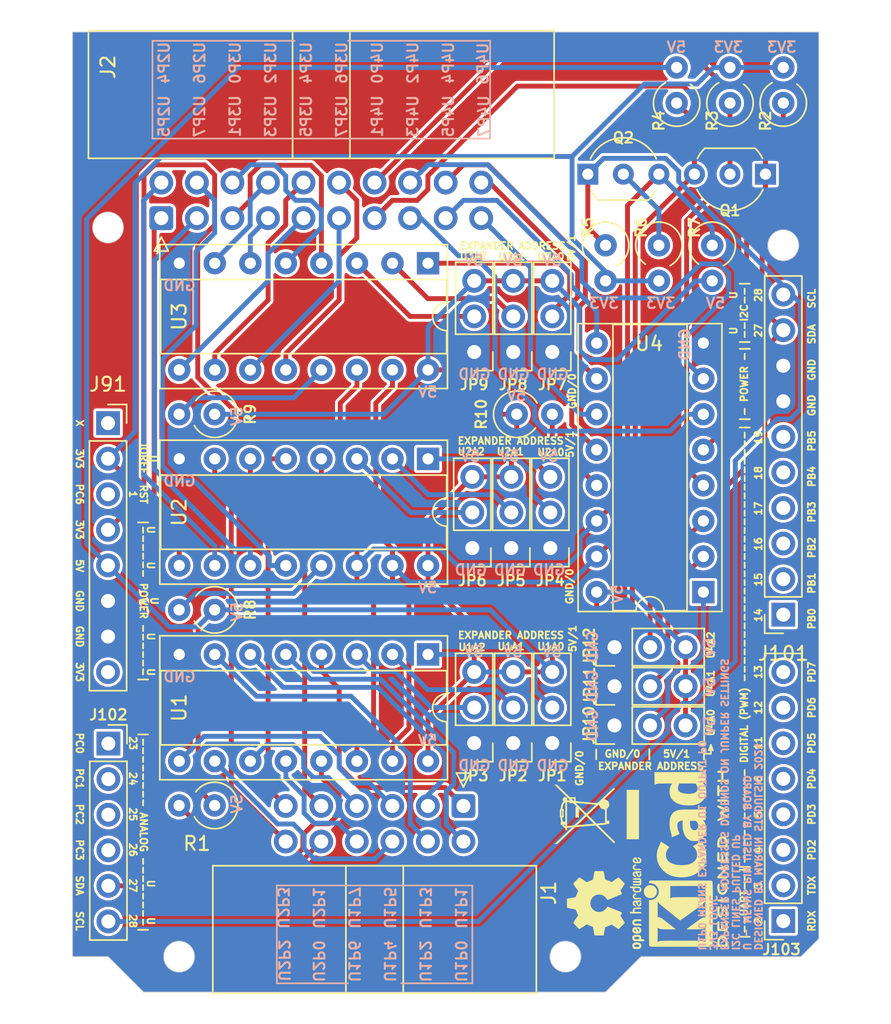
<source format=kicad_pcb>
(kicad_pcb (version 20221018) (generator pcbnew)
  (layers (0 "F.Cu" signal) (31 "B.Cu" signal) (34 "B.Paste" user) (35 "F.Paste" user) (36 "B.SilkS" user "B.Silkscreen") (37 "F.SilkS" user "F.Silkscreen") (38 "B.Mask" user) (39 "F.Mask" user) (44 "Edge.Cuts" user))
  (net 0 "")
  (net 1 "GNDREF")
  (net 2 "+5V")
  (net 3 "P10")
  (net 4 "P11")
  (net 5 "P12")
  (net 6 "P13")
  (net 7 "P14")
  (net 8 "P15")
  (net 9 "P23")
  (net 10 "P22")
  (net 11 "P21")
  (net 12 "P20")
  (net 13 "P17")
  (net 14 "P16")
  (net 15 "P24")
  (net 16 "P25")
  (net 17 "P26")
  (net 18 "P27")
  (net 19 "P30")
  (net 20 "P31")
  (net 21 "P32")
  (net 22 "SDA")
  (net 23 "SCL")
  (net 24 "P33")
  (net 25 "+3.3V")
  (net 26 "P34")
  (net 27 "P35")
  (net 28 "P36")
  (net 29 "P37")
  (net 30 "P40")
  (net 31 "P41")
  (net 32 "P42")
  (net 33 "P43")
  (net 34 "P44")
  (net 35 "P45")
  (net 36 "P46")
  (net 37 "P47")
  (net 41 "SCLC")
  (net 42 "SDAC")
  (net 61 "Net-(JP1-C)")
  (net 62 "Net-(JP2-C)")
  (net 63 "Net-(JP3-C)")
  (net 64 "Net-(JP4-C)")
  (net 65 "Net-(JP5-C)")
  (net 66 "Net-(JP6-C)")
  (net 67 "Net-(JP7-C)")
  (net 68 "Net-(JP8-C)")
  (net 69 "Net-(JP9-C)")
  (net 70 "Net-(JP10-C)")
  (net 71 "Net-(JP11-C)")
  (net 72 "Net-(JP12-C)")
  (net 73 "Net-(Q1-G)")
  (net 74 "Net-(Q2-G)")
  (net 75 "Net-(U1-~{INT})")
  (net 76 "Net-(U2-~{INT})")
  (net 77 "Net-(U3-~{INT})")
  (net 78 "Net-(U4-~{INT})")
  (footprint "Connector_PinHeader_2.54mm:PinHeader_1x03_P2.54mm_Vertical" (layer "F.Cu") (at 51.57 43.18 180)
    (fp_text reference "JP9")
    (fp_text value "Jumper")
  )
  (footprint "Symbol:KiCad-Logo2_5mm_SilkScreen" (layer "F.Cu") (at 66.675 79.375 90)
    (fp_text reference "REF998" hide)
    (fp_text value "KiCad-Logo2_5mm_SilkScreen" hide)
  )
  (footprint "Package_DIP:DIP-16_W7.62mm_Socket" (layer "F.Cu") (at 48.27 50.81 -90)
    (fp_text reference "U2")
    (fp_text value "PCF8574")
  )
  (footprint "Package_DIP:DIP-16_W7.62mm_Socket" (layer "F.Cu") (at 48.27 64.78 -90)
    (fp_text reference "U1")
    (fp_text value "PCF8574")
  )
  (footprint "Connector_PinSocket_2.54mm:PinSocket_1x08_P2.54mm_Vertical" (layer "F.Cu") (at 25.4 48.26)
    (fp_text reference "J91")
    (fp_text value "Conn_01x08_Female")
  )
  (footprint "Connector_PinHeader_2.54mm:PinHeader_1x03_P2.54mm_Vertical" (layer "F.Cu") (at 61.6 67.0482 90)
    (fp_text reference "JP11")
    (fp_text value "Jumper")
  )
  (footprint "Package_TO_SOT_THT:TO-92_Inline_Wide" (layer "F.Cu") (at 59.69 30.48)
    (fp_text reference "Q2")
    (fp_text value "2N7000")
  )
  (footprint "Resistor_THT:R_Axial_DIN0309_L9.0mm_D3.2mm_P2.54mm_Vertical" (layer "F.Cu") (at 64.77 35.56 -90)
    (fp_text reference "R6")
    (fp_text value "4k7")
  )
  (footprint "Connector_PinHeader_2.54mm:PinHeader_1x03_P2.54mm_Vertical" (layer "F.Cu") (at 51.435 57.18 180)
    (fp_text reference "JP6")
    (fp_text value "Jumper")
  )
  (footprint "Connector_PinHeader_2.54mm:PinHeader_1x03_P2.54mm_Vertical" (layer "F.Cu") (at 54.36 71.11 180)
    (fp_text reference "JP2")
    (fp_text value "Jumper")
  )
  (footprint "Connector_PinHeader_2.54mm:PinHeader_1x03_P2.54mm_Vertical" (layer "F.Cu") (at 54.2206 57.18 180)
    (fp_text reference "JP5")
    (fp_text value "Jumper")
  )
  (footprint "Connector_PinHeader_2.54mm:PinHeader_1x03_P2.54mm_Vertical" (layer "F.Cu") (at 61.6 64.2582 90)
    (fp_text reference "JP12")
    (fp_text value "Jumper")
  )
  (footprint "Resistor_THT:R_Axial_DIN0309_L9.0mm_D3.2mm_P2.54mm_Vertical" (layer "F.Cu") (at 73.66 25.4 90)
    (fp_text reference "R2")
    (fp_text value "4k7")
  )
  (footprint "Resistor_THT:R_Axial_DIN0309_L9.0mm_D3.2mm_P2.54mm_Vertical" (layer "F.Cu") (at 33.02 61.595 180)
    (fp_text reference "R8")
    (fp_text value "10k")
  )
  (footprint "Connector_PinHeader_2.54mm:PinHeader_1x03_P2.54mm_Vertical" (layer "F.Cu") (at 54.36 43.18 180)
    (fp_text reference "JP8")
    (fp_text value "Jumper")
  )
  (footprint "Package_TO_SOT_THT:TO-92_Inline_Wide" (layer "F.Cu") (at 72.39 30.48 180)
    (fp_text reference "Q1")
    (fp_text value "2N7000")
  )
  (footprint "Connector_PinSocket_2.54mm:PinSocket_1x06_P2.54mm_Vertical" (layer "F.Cu") (at 25.425 71.145)
    (fp_text reference "J102")
    (fp_text value "Conn_01x06_Female")
  )
  (footprint "Connector_PinSocket_2.54mm:PinSocket_1x10_P2.54mm_Vertical" (layer "F.Cu") (at 73.66 61.94 180)
    (fp_text reference "J101")
    (fp_text value "Conn_01x10_Female")
  )
  (footprint "Resistor_THT:R_Axial_DIN0309_L9.0mm_D3.2mm_P2.54mm_Vertical" (layer "F.Cu") (at 68.58 35.56 -90)
    (fp_text reference "R7")
    (fp_text value "4k7")
  )
  (footprint "Resistor_THT:R_Axial_DIN0309_L9.0mm_D3.2mm_P2.54mm_Vertical" (layer "F.Cu") (at 54.61 47.625)
    (fp_text reference "R10")
    (fp_text value "10k")
  )
  (footprint "Resistor_THT:R_Axial_DIN0309_L9.0mm_D3.2mm_P2.54mm_Vertical" (layer "F.Cu") (at 60.96 35.56 -90)
    (fp_text reference "R5")
    (fp_text value "4k7")
  )
  (footprint "Symbol:OSHW-Logo2_7.3x6mm_SilkScreen" (layer "F.Cu") (at 60.96 82.55 90)
    (fp_text reference "REF999" hide)
    (fp_text value "OSHW-Logo2_7.3x6mm_SilkScreen" hide)
  )
  (footprint "Package_DIP:DIP-16_W7.62mm_Socket" (layer "F.Cu") (at 67.945 60.325 180)
    (fp_text reference "U4")
    (fp_text value "PCF8574")
  )
  (footprint "Connector_PinHeader_2.54mm:PinHeader_1x03_P2.54mm_Vertical" (layer "F.Cu") (at 57.15 43.18 180)
    (fp_text reference "JP7")
    (fp_text value "Jumper")
  )
  (footprint "Connector_PinHeader_2.54mm:PinHeader_1x03_P2.54mm_Vertical" (layer "F.Cu") (at 61.595 69.85 90)
    (fp_text reference "JP10")
    (fp_text value "Jumper")
  )
  (footprint "Resistor_THT:R_Axial_DIN0309_L9.0mm_D3.2mm_P2.54mm_Vertical" (layer "F.Cu") (at 66.04 25.4 90)
    (fp_text reference "R4")
    (fp_text value "4k7")
  )
  (footprint "Symbol:WEEE-Logo_4.2x6mm_SilkScreen" (layer "F.Cu") (at 60.325 76.2 90)
    (fp_text reference "REF997" hide)
    (fp_text value "WEEE-Logo_4.2x6mm_SilkScreen" hide)
  )
  (footprint "Package_DIP:DIP-16_W7.62mm_Socket" (layer "F.Cu") (at 48.27 36.84 -90)
    (fp_text reference "U3")
    (fp_text value "PCF8574")
  )
  (footprint "Resistor_THT:R_Axial_DIN0309_L9.0mm_D3.2mm_P2.54mm_Vertical" (layer "F.Cu") (at 33.02 47.625 180)
    (fp_text reference "R9")
    (fp_text value "10k")
  )
  (footprint "Connector_IDC:IDC-Header_2x06_P2.54mm_Horizontal" (layer "F.Cu") (at 50.8 75.6 -90)
    (fp_text reference "J1")
    (fp_text value "Conn_02x06_Top_Bottom")
  )
  (footprint "Connector_PinHeader_2.54mm:PinHeader_1x03_P2.54mm_Vertical" (layer "F.Cu") (at 51.569 71.11 180)
    (fp_text reference "JP3")
    (fp_text value "Jumper")
  )
  (footprint "Resistor_THT:R_Axial_DIN0309_L9.0mm_D3.2mm_P2.54mm_Vertical" (layer "F.Cu") (at 33.02 75.565 180)
    (fp_text reference "R1")
    (fp_text value "10k")
  )
  (footprint "Connector_PinHeader_2.54mm:PinHeader_1x03_P2.54mm_Vertical" (layer "F.Cu") (at 57.0106 57.18 180)
    (fp_text reference "JP4")
    (fp_text value "Jumper")
  )
  (footprint "Connector_IDC:IDC-Header_2x10_P2.54mm_Horizontal" (layer "F.Cu") (at 29.21 33.62 90)
    (fp_text reference "J2")
    (fp_text value "Conn_02x10_Top_Bottom")
  )
  (footprint "Resistor_THT:R_Axial_DIN0309_L9.0mm_D3.2mm_P2.54mm_Vertical" (layer "F.Cu") (at 69.85 25.4 90)
    (fp_text reference "R3")
    (fp_text value "4k7")
  )
  (footprint "Connector_PinHeader_2.54mm:PinHeader_1x03_P2.54mm_Vertical" (layer "F.Cu") (at 57.15 71.11 180)
    (fp_text reference "JP1")
    (fp_text value "Jumper")
  )
  (footprint "Connector_PinSocket_2.54mm:PinSocket_1x08_P2.54mm_Vertical" (layer "F.Cu") (at 73.66 83.82 180)
    (fp_text reference "J103")
    (fp_text value "Conn_01x08_Female")
  )
  (gr_line (start 28.575 20.955) (end 38.735 20.955) (stroke (width 0.12)) (layer "B.SilkS"))
  (gr_line (start 51.435 88.265) (end 46.355 88.265) (stroke (width 0.12)) (layer "B.SilkS"))
  (gr_line (start 51.435 81.28) (end 51.435 88.265) (stroke (width 0.12)) (layer "B.SilkS"))
  (gr_line (start 37.465 81.28) (end 51.435 81.28) (stroke (width 0.12)) (layer "B.SilkS"))
  (gr_line (start 28.575 27.94) (end 52.705 27.94) (stroke (width 0.12)) (layer "B.SilkS"))
  (gr_line (start 52.705 20.955) (end 42.545 20.955) (stroke (width 0.12)) (layer "B.SilkS"))
  (gr_line (start 37.465 81.28) (end 37.465 88.265) (stroke (width 0.12)) (layer "B.SilkS"))
  (gr_line (start 28.575 27.94) (end 28.575 20.955) (stroke (width 0.12)) (layer "B.SilkS"))
  (gr_line (start 52.705 27.94) (end 52.705 20.955) (stroke (width 0.12)) (layer "B.SilkS"))
  (gr_line (start 37.465 88.265) (end 42.545 88.265) (stroke (width 0.12)) (layer "B.SilkS"))
  (gr_line (start 25.4 86.36) (end 22.86 86.36) (stroke (width 0.05)) (layer "Edge.Cuts"))
  (gr_circle (center 58.09 86.36) (end 59.19 86.36) (stroke (width 0.05)) (fill none) (layer "Edge.Cuts"))
  (gr_circle (center 30.48 86.36) (end 31.58 86.36) (stroke (width 0.05)) (fill none) (layer "Edge.Cuts"))
  (gr_line (start 74.93 86.36) (end 63.5 86.36) (stroke (width 0.05)) (layer "Edge.Cuts"))
  (gr_line (start 60.96 88.9) (end 27.94 88.9) (stroke (width 0.05)) (layer "Edge.Cuts"))
  (gr_line (start 74.93 86.36) (end 76.2 85.09) (stroke (width 0.05)) (layer "Edge.Cuts"))
  (gr_line (start 63.5 86.36) (end 60.96 88.9) (stroke (width 0.05)) (layer "Edge.Cuts"))
  (gr_circle (center 73.66 35.56) (end 74.76 35.56) (stroke (width 0.05)) (fill none) (layer "Edge.Cuts"))
  (gr_line (start 76.2 85.09) (end 76.2 20.32) (stroke (width 0.05)) (layer "Edge.Cuts"))
  (gr_circle (center 25.4 34.29) (end 26.5 34.29) (stroke (width 0.05)) (fill none) (layer "Edge.Cuts"))
  (gr_line (start 27.94 88.9) (end 25.4 86.36) (stroke (width 0.05)) (layer "Edge.Cuts"))
  (gr_line (start 22.86 20.32) (end 76.2 20.32) (stroke (width 0.05)) (layer "Edge.Cuts"))
  (gr_line (start 22.86 86.36) (end 22.86 20.32) (stroke (width 0.05)) (layer "Edge.Cuts"))
  (gr_text "DESIGNED BY MARCIN STODULSKI 2024\nU - MEANS PIN USED BY BOARD\nI2C LINES PULLED UP\nEXPANDER ADDRESSES DEPENDS ON JUMPER SETTINGS\n3V3 LOGIC\nU1P0 MEANS EXPANDER U1 OUTPUT P0" (at 69.85 85.979 270) (layer "B.SilkS") (effects (font (size 0.5 0.5) (thickness 0.125)) (justify left mirror)))
  (gr_text "GND" (at 55.372 59.182) (layer "B.SilkS") (effects (font (size 0.75 0.75)) (justify left bottom mirror)))
  (gr_text "U4P2" (at 47.625 20.955 90) (layer "B.SilkS") (effects (font (size 0.75 0.75)) (justify left bottom mirror)))
  (gr_text "GND" (at 31.75 66.802) (layer "B.SilkS") (effects (font (size 0.75 0.75)) (justify left bottom mirror)))
  (gr_text "5V" (at 66.802 21.844) (layer "B.SilkS") (effects (font (size 0.75 0.75)) (justify left bottom mirror)))
  (gr_text "U3P6" (at 42.545 20.955 90) (layer "B.SilkS") (effects (font (size 0.75 0.75)) (justify left bottom mirror)))
  (gr_text "5V" (at 52.324 65.024) (layer "B.SilkS") (effects (font (size 0.75 0.75)) (justify left bottom mirror)))
  (gr_text "5V" (at 52.07 51.054) (layer "B.SilkS") (effects (font (size 0.75 0.75)) (justify left bottom mirror)))
  (gr_text "U4P7" (at 52.705 24.765 90) (layer "B.SilkS") (effects (font (size 0.75 0.75)) (justify left bottom mirror)))
  (gr_text "GND" (at 58.42 73.152) (layer "B.SilkS") (effects (font (size 0.75 0.75)) (justify left bottom mirror)))
  (gr_text "U4P0" (at 45.085 20.955 90) (layer "B.SilkS") (effects (font (size 0.75 0.75)) (justify left bottom mirror)))
  (gr_text "GND" (at 58.166 59.182) (layer "B.SilkS") (effects (font (size 0.75 0.75)) (justify left bottom mirror)))
  (gr_text "U3P4" (at 40.005 20.955 90) (layer "B.SilkS") (effects (font (size 0.75 0.75)) (justify left bottom mirror)))
  (gr_text "U1P4" (at 45.085 88.265 270) (layer "B.SilkS") (effects (font (size 0.75 0.75)) (justify left bottom mirror)))
  (gr_text "5V" (at 68.834 63.5 90) (layer "B.SilkS") (effects (font (size 0.75 0.75)) (justify left bottom mirror)))
  (gr_text "U1P7" (at 42.545 84.455 270) (layer "B.SilkS") (effects (font (size 0.75 0.75)) (justify left bottom mirror)))
  (gr_text "GND" (at 58.42 45.212) (layer "B.SilkS") (effects (font (size 0.75 0.75)) (justify left bottom mirror)))
  (gr_text "3V3" (at 61.976 40.132) (layer "B.SilkS") (effects (font (size 0.75 0.75)) (justify left bottom mirror)))
  (gr_text "3V3" (at 74.676 21.844) (layer "B.SilkS") (effects (font (size 0.75 0.75)) (justify left bottom mirror)))
  (gr_text "GND" (at 55.626 45.212) (layer "B.SilkS") (effects (font (size 0.75 0.75)) (justify left bottom mirror)))
  (gr_text "GND" (at 31.75 52.832) (layer "B.SilkS") (effects (font (size 0.75 0.75)) (justify left bottom mirror)))
  (gr_text "U3P7" (at 42.545 24.765 90) (layer "B.SilkS") (effects (font (size 0.75 0.75)) (justify left bottom mirror)))
  (gr_text "5V" (at 57.658 51.054) (layer "B.SilkS") (effects (font (size 0.75 0.75)) (justify left bottom mirror)))
  (gr_text "GND" (at 60.452 62.992 90) (layer "B.SilkS") (effects (font (size 0.75 0.75)) (justify left bottom mirror)))
  (gr_text "U2P5" (at 29.845 24.765 90) (layer "B.SilkS") (effects (font (size 0.75 0.75)) (justify left bottom mirror)))
  (gr_text "U4P5" (at 50.165 24.765 90) (layer "B.SilkS") (effects (font (size 0.75 0.75)) (justify left bottom mirror)))
  (gr_text "5V" (at 49.022 60.452) (layer "B.SilkS") (effects (font (size 0.75 0.75)) (justify left bottom mirror)))
  (gr_text "GND" (at 52.832 45.212) (layer "B.SilkS") (effects (font (size 0.75 0.75)) (justify left bottom mirror)))
  (gr_text "GND" (at 52.832 73.152) (layer "B.SilkS") (effects (font (size 0.75 0.75)) (justify left bottom mirror)))
  (gr_text "5V" (at 62.23 59.69 90) (layer "B.SilkS") (effects (font (size 0.75 0.75)) (justify left bottom mirror)))
  (gr_text "5V" (at 69.596 40.132) (layer "B.SilkS") (effects (font (size 0.75 0.75)) (justify left bottom mirror)))
  (gr_text "5V" (at 57.912 37.084) (layer "B.SilkS") (effects (font (size 0.75 0.75)) (justify left bottom mirror)))
  (gr_text "U1P2" (at 47.625 88.265 270) (layer "B.SilkS") (effects (font (size 0.75 0.75)) (justify left bottom mirror)))
  (gr_text "GND" (at 31.75 38.862) (layer "B.SilkS") (effects (font (size 0.75 0.75)) (justify left bottom mirror)))
  (gr_text "3V3" (at 66.04 40.132) (layer "B.SilkS") (effects (font (size 0.75 0.75)) (justify left bottom mirror)))
  (gr_text "GND" (at 67.056 41.402 90) (layer "B.SilkS") (effects (font (size 0.75 0.75)) (justify left bottom mirror)))
  (gr_text "5V" (at 55.118 37.084) (layer "B.SilkS") (effects (font (size 0.75 0.75)) (justify left bottom mirror)))
  (gr_text "5V" (at 57.912 65.024) (layer "B.SilkS") (effects (font (size 0.75 0.75)) (justify left bottom mirror)))
  (gr_text "U2P0" (at 40.005 88.265 270) (layer "B.SilkS") (effects (font (size 0.75 0.75)) (justify left bottom mirror)))
  (gr_text "U3P2" (at 37.465 20.955 90) (layer "B.SilkS") (effects (font (size 0.75 0.75)) (justify left bottom mirror)))
  (gr_text "U3P1" (at 34.925 24.765 90) (layer "B.SilkS") (effects (font (size 0.75 0.75)) (justify left bottom mirror)))
  (gr_text "5V" (at 35.052 74.676 90) (layer "B.SilkS") (effects (font (size 0.75 0.75)) (justify left bottom mirror)))
  (gr_text "U1P6" (at 42.545 88.265 270) (layer "B.SilkS") (effects (font (size 0.75 0.75)) (justify left bottom mirror)))
  (gr_text "U4P1" (at 45.085 24.765 90) (layer "B.SilkS") (effects (font (size 0.75 0.75)) (justify left bottom mirror)))
  (gr_text "GND" (at 55.626 73.152) (layer "B.SilkS") (effects (font (size 0.75 0.75)) (justify left bottom mirror)))
  (gr_text "U4P6" (at 52.6288 21.0058 90) (layer "B.SilkS") (effects (font (size 0.75 0.75)) (justify left bottom mirror)))
  (gr_text "U3P0" (at 34.925 20.955 90) (layer "B.SilkS") (effects (font (size 0.75 0.75)) (justify left bottom mirror)))
  (gr_text "5V" (at 52.324 37.084) (layer "B.SilkS") (effects (font (size 0.75 0.75)) (justify left bottom mirror)))
  (gr_text "5V" (at 68.834 66.294 90) (layer "B.SilkS") (effects (font (size 0.75 0.75)) (justify left bottom mirror)))
  (gr_text "5V" (at 49.022 71.374) (layer "B.SilkS") (effects (font (size 0.75 0.75)) (justify left bottom mirror)))
  (gr_text "5V" (at 54.864 51.054) (layer "B.SilkS") (effects (font (size 0.75 0.75)) (justify left bottom mirror)))
  (gr_text "U1P5" (at 45.085 84.455 270) (layer "B.SilkS") (effects (font (size 0.75 0.75)) (justify left bottom mirror)))
  (gr_text "U2P1" (at 40.005 84.455 270) (layer "B.SilkS") (effects (font (size 0.75 0.75)) (justify left bottom mirror)))
  (gr_text "U2P2" (at 37.5412 88.2142 270) (layer "B.SilkS") (effects (font (size 0.75 0.75)) (justify left bottom mirror)))
  (gr_text "U3P5" (at 40.005 24.765 90) (layer "B.SilkS") (effects (font (size 0.75 0.75)) (justify left bottom mirror)))
  (gr_text "U1P0" (at 50.165 88.265 270) (layer "B.SilkS") (effects (font (size 0.75 0.75)) (justify left bottom mirror)))
  (gr_text "U2P7" (at 32.385 24.765 90) (layer "B.SilkS") (effects (font (size 0.75 0.75)) (justify left bottom mirror)))
  (gr_text "5V" (at 35.052 46.99 90) (layer "B.SilkS") (effects (font (size 0.75 0.75)) (justify left bottom mirror)))
  (gr_text "U2P4" (at 29.845 20.955 90) (layer "B.SilkS") (effects (font (size 0.75 0.75)) (justify left bottom mirror)))
  (gr_text "5V" (at 55.372 46.736) (layer "B.SilkS") (effects (font (size 0.75 0.75)) (justify left bottom mirror)))
  (gr_text "U1P1" (at 50.165 84.455 270) (layer "B.SilkS") (effects (font (size 0.75 0.75)) (justify left bottom mirror)))
  (gr_text "U4P4" (at 50.165 20.955 90) (layer "B.SilkS") (effects (font (size 0.75 0.75)) (justify left bottom mirror)))
  (gr_text "5V" (at 55.118 65.024) (layer "B.SilkS") (effects (font (size 0.75 0.75)) (justify left bottom mirror)))
  (gr_text "GND" (at 60.452 65.786 90) (layer "B.SilkS") (effects (font (size 0.75 0.75)) (justify left bottom mirror)))
  (gr_text "5V" (at 49.022 46.482) (layer "B.SilkS") (effects (font (size 0.75 0.75)) (justify left bottom mirror)))
  (gr_text "5V" (at 68.834 69.088 90) (layer "B.SilkS") (effects (font (size 0.75 0.75)) (justify left bottom mirror)))
  (gr_text "GND" (at 60.452 68.58 90) (layer "B.SilkS") (effects (font (size 0.75 0.75)) (justify left bottom mirror)))
  (gr_text "U2P6" (at 32.385 20.955 90) (layer "B.SilkS") (effects (font (size 0.75 0.75)) (justify left bottom mirror)))
  (gr_text "5V" (at 35.052 60.96 90) (layer "B.SilkS") (effects (font (size 0.75 0.75)) (justify left bottom mirror)))
  (gr_text "U4P3" (at 47.625 24.765 90) (layer "B.SilkS") (effects (font (size 0.75 0.75)) (justify left bottom mirror)))
  (gr_text "U3P3" (at 37.465 24.765 90) (layer "B.SilkS") (effects (font (size 0.75 0.75)) (justify left bottom mirror)))
  (gr_text "GND" (at 52.578 59.182) (layer "B.SilkS") (effects (font (size 0.75 0.75)) (justify left bottom mirror)))
  (gr_text "U2P3" (at 37.465 84.455 270) (layer "B.SilkS") (effects (font (size 0.75 0.75)) (justify left bottom mirror)))
  (gr_text "3V3" (at 70.866 21.844) (layer "B.SilkS") (effects (font (size 0.75 0.75)) (justify left bottom mirror)))
  (gr_text "U1P3" (at 47.625 84.455 270) (layer "B.SilkS") (effects (font (size 0.75 0.75)) (justify left bottom mirror)))
  (gr_text "|- POWER -|" (at 70.866 45.466 90) (layer "F.SilkS") (effects (font (size 0.5 0.5) (thickness 0.125))))
  (gr_text "PD5" (at 75.692 71.12 90) (layer "F.SilkS") (effects (font (size 0.5 0.5) (thickness 0.125))))
  (gr_text "28" (at 27.178 83.82 270) (layer "F.SilkS") (effects (font (size 0.5 0.5) (thickness 0.125))))
  (gr_text "PD6" (at 75.692 68.58 90) (layer "F.SilkS") (effects (font (size 0.5 0.5) (thickness 0.125))))
  (gr_text "GND" (at 23.368 63.5 270) (layer "F.SilkS") (effects (font (size 0.5 0.5) (thickness 0.125))))
  (gr_text "U" (at 28.448 81.153 -90) (layer "F.SilkS") (effects (font (size 0.5 0.5) (thickness 0.125))))
  (gr_text "PC2" (at 23.368 76.2 270) (layer "F.SilkS") (effects (font (size 0.5 0.5) (thickness 0.125))))
  (gr_text "12" (at 71.882 68.58 90) (layer "F.SilkS") (effects (font (size 0.5 0.5) (thickness 0.125))))
  (gr_text "5V/1" (at 58.41 49.77 90) (layer "F.SilkS") (effects (font (size 0.5 0.5) (thickness 0.125))))
  (gr_text "U" (at 28.448 55.88 -90) (layer "F.SilkS") (effects (font (size 0.5 0.5) (thickness 0.125))))
  (gr_text "3V3" (at 23.368 66.04 270) (layer "F.SilkS") (effects (font (size 0.5 0.5) (thickness 0.125))))
  (gr_text "GND/0" (at 58.39 59.92 90) (layer "F.SilkS") (effects (font (size 0.5 0.5) (thickness 0.125))))
  (gr_text "23" (at 27.178 71.12 270) (layer "F.SilkS") (effects (font (size 0.5 0.5) (thickness 0.125))))
  (gr_text "PD4" (at 75.692 73.66 90) (layer "F.SilkS") (effects (font (size 0.5 0.5) (thickness 0.125))))
  (gr_text "SDA" (at 23.368 81.28 270) (layer "F.SilkS") (effects (font (size 0.5 0.5) (thickness 0.125))))
  (gr_text "U" (at 28.448 66.04 -90) (layer "F.SilkS") (effects (font (size 0.5 0.5) (thickness 0.125))))
  (gr_text "19" (at 71.882 49.276 90) (layer "F.SilkS") (effects (font (size 0.5 0.5) (thickness 0.125))))
  (gr_text "GND" (at 23.368 60.96 270) (layer "F.SilkS") (effects (font (size 0.5 0.5) (thickness 0.125))))
  (gr_text "SDA" (at 75.692 41.91 90) (layer "F.SilkS") (effects (font (size 0.5 0.5) (thickness 0.125))))
  (gr_text "EXPANDER ADDRESS" (at 64.2 72.76) (layer "F.SilkS") (effects (font (size 0.5 0.5) (thickness 0.125))))
  (gr_text "U" (at 70.104 41.656 90) (layer "F.SilkS") (effects (font (size 0.5 0.5) (thickness 0.125))))
  (gr_text "U2A0" (at 57.0484 50.3428) (layer "F.SilkS") (effects (font (size 0.5 0.5) (thickness 0.125))))
  (gr_text "17" (at 71.882 54.356 90) (layer "F.SilkS") (effects (font (size 0.5 0.5) (thickness 0.125))))
  (gr_text "PC3" (at 23.368 78.74 270) (layer "F.SilkS") (effects (font (size 0.5 0.5) (thickness 0.125))))
  (gr_text "14" (at 71.882 61.976 90) (layer "F.SilkS") (effects (font (size 0.5 0.5) (thickness 0.125))))
  (gr_text "25" (at 27.178 76.2 270) (layer "F.SilkS") (effects (font (size 0.5 0.5) (thickness 0.125))))
  (gr_text "X" (at 23.368 48.26 270) (layer "F.SilkS") (effects (font (size 0.5 0.5) (thickness 0.125))))
  (gr_text "1" (at 27.178 53.34 270) (layer "F.SilkS") (effects (font (size 0.5 0.5) (thickness 0.125))))
  (gr_text "U3A1" (at 54.2544 36.3728) (layer "F.SilkS") (effects (font (size 0.5 0.5) (thickness 0.125))))
  (gr_text "U2A2" (at 51.3588 50.292) (layer "F.SilkS") (effects (font (size 0.5 0.5) (thickness 0.125))))
  (gr_text "EXPANDER ADDRESS" (at 54.18 49.53) (layer "F.SilkS") (effects (font (size 0.5 0.5) (thickness 0.125))))
  (gr_text "15" (at 71.882 59.436 90) (layer "F.SilkS") (effects (font (size 0.5 0.5) (thickness 0.125))))
  (gr_text "|----------- DIGITAL (PWM) -----------------------------|" (at 70.866 64.262 90) (layer "F.SilkS") (effects (font (size 0.5 0.5) (thickness 0.125))))
  (gr_text "U" (at 28.448 58.42 -90) (layer "F.SilkS") (effects (font (size 0.5 0.5) (thickness 0.125))))
  (gr_text "PD7" (at 75.692 66.04 90) (layer "F.SilkS") (effects (font (size 0.5 0.5) (thickness 0.125))))
  (gr_text "GND/0" (at 59.1 72.91 90) (layer "F.SilkS") (effects (font (size 0.5 0.5) (thickness 0.125))))
  (gr_text "PC6" (at 23.368 53.34 270) (layer "F.SilkS") (effects (font (size 0.5 0.5) (thickness 0.125))))
  (gr_text "GND" (at 75.692 44.45 90) (layer "F.SilkS") (effects (font (size 0.5 0.5) (thickness 0.125))))
  (gr_text "13" (at 71.882 66.04 90) (layer "F.SilkS") (effects (font (size 0.5 0.5) (thickness 0.125))))
  (gr_text "18" (at 71.882 51.816 90) (layer "F.SilkS") (effects (font (size 0.5 0.5) (thickness 0.125))))
  (gr_text "-" (at 68.29 71.84) (layer "F.SilkS") (effects (font (size 0.5 0.5) (thickness 0.125))))
  (gr_text "U" (at 28.575 50.8 -90) (layer "F.SilkS") (effects (font (size 0.5 0.5) (thickness 0.125))))
  (gr_text "PB5" (at 75.692 49.53 90) (layer "F.SilkS") (effects (font (size 0.5 0.5) (thickness 0.125))))
  (gr_text "PB0" (at 75.692 62.23 90) (layer "F.SilkS") (effects (font (size 0.5 0.5) (thickness 0.125))))
  (gr_text "U3A0" (at 57.0484 36.3728) (layer "F.SilkS") (effects (font (size 0.5 0.5) (thickness 0.125))))
  (gr_text "PB3" (at 75.692 54.61 90) (layer "F.SilkS") (effects (font (size 0.5 0.5) (thickness 0.125))))
  (gr_text "|-------- ANALOG --------|" (at 27.94 77.47 270) (layer "F.SilkS") (effects (font (size 0.5 0.5) (thickness 0.125))))
  (gr_text "RST" (at 27.94 53.34 270) (layer "F.SilkS") (effects (font (size 0.5 0.5) (thickness 0.125))))
  (gr_text "5V" (at 23.368 58.45 270) (layer "F.SilkS") (effects (font (size 0.5 0.5) (thickness 0.125))))
  (gr_text "5V/1" (at 58.53 35.76 90) (layer "F.SilkS") (effects (font (size 0.5 0.5) (thickness 0.125))))
  (gr_text "U" (at 28.448 63.5 -90) (layer "F.SilkS") (effects (font (size 0.5 0.5) (thickness 0.125))))
  (gr_text "|--I2C--|" (at 70.866 40.386 90) (layer "F.SilkS") (effects (font (size 0.5 0.5) (thickness 0.125))))
  (gr_text "|  5V/1  |" (at 66.04 71.882) (layer "F.SilkS") (effects (font (size 0.5 0.5) (thickness 0.125))))
  (gr_text "3V3" (at 23.368 55.88 270) (layer "F.SilkS") (effects (font (size 0.5 0.5) (thickness 0.125))))
  (gr_text "PD2" (at 75.692 78.74 90) (layer "F.SilkS") (effects (font (size 0.5 0.5) (thickness 0.125))))
  (gr_text "RDX" (at 75.692 83.82 90) (layer "F.SilkS") (effects (font (size 0.5 0.5) (thickness 0.125))))
  (gr_text "| GND/0" (at 61.74 71.882) (layer "F.SilkS") (effects (font (size 0.5 0.5) (thickness 0.125))))
  (gr_text "PD3" (at 75.692 76.2 90) (layer "F.SilkS") (effects (font (size 0.5 0.5) (thickness 0.125))))
  (gr_text "U" (at 70.104 39.116 90) (layer "F.SilkS") (effects (font (size 0.5 0.5) (thickness 0.125))))
  (gr_text "28" (at 71.882 39.116 90) (layer "F.SilkS") (effects (font (size 0.5 0.5) (thickness 0.125))))
  (gr_text "5" (at 71.882 76.2 90) (layer "F.SilkS") (effects (font (size 0.5 0.5) (thickness 0.125))))
  (gr_text "U" (at 28.448 83.82 -90) (layer "F.SilkS") (effects (font (size 0.5 0.5) (thickness 0.125))))
  (gr_text "U3A2" (at 51.5112 36.322) (layer "F.SilkS") (effects (font (size 0.5 0.5) (thickness 0.125))))
  (gr_text "PB2" (at 75.692 57.15 90) (layer "F.SilkS") (effects (font (size 0.5 0.5) (thickness 0.125))))
  (gr_text "6" (at 71.882 73.66 90) (layer "F.SilkS") (effects (font (size 0.5 0.5) (thickness 0.125))))
  (gr_text "SCL" (at 23.368 83.82 270) (layer "F.SilkS") (effects (font (size 0.5 0.5) (thickness 0.125))))
  (gr_text "U4A2" (at 68.4784 64.1096 90) (layer "F.SilkS") (effects (font (size 0.5 0.5) (thickness 0.125))))
  (gr_text "U4A0" (at 68.4784 69.6468 90) (layer "F.SilkS") (effects (font (size 0.5 0.5) (thickness 0.125))))
  (gr_text "-" (at 68.45 71.68 90) (layer "F.SilkS") (effects (font (size 0.5 0.5) (thickness 0.125))))
  (gr_text "2" (at 71.882 83.82 90) (layer "F.SilkS") (effects (font (size 0.5 0.5) (thickness 0.125))))
  (gr_text "U1A2" (at 51.4096 64.262) (layer "F.SilkS") (effects (font (size 0.5 0.5) (thickness 0.125))))
  (gr_text "U2A1" (at 54.1528 50.292) (layer "F.SilkS") (effects (font (size 0.5 0.5) (thickness 0.125))))
  (gr_text "27" (at 71.882 41.656 90) (layer "F.SilkS") (effects (font (size 0.5 0.5) (thickness 0.125))))
  (gr_text "4" (at 71.882 78.74 90) (layer "F.SilkS") (effects (font (size 0.5 0.5) (thickness 0.125))))
  (gr_text "U" (at 28.702 60.96 -90) (layer "F.SilkS") (effects (font (size 0.5 0.5) (thickness 0.125))))
  (gr_text "24" (at 27.178 73.66 270) (layer "F.SilkS") (effects (font (size 0.5 0.5) (thickness 0.125))))
  (gr_text "PB1" (at 75.692 59.69 90) (layer "F.SilkS") (effects (font (size 0.5 0.5) (thickness 0.125))))
  (gr_text "11" (at 71.882 71.12 90) (layer "F.SilkS") (effects (font (size 0.5 0.5) (thickness 0.125))))
  (gr_text "U1A0" (at 57.0484 64.2112) (layer "F.SilkS") (effects (font (size 0.5 0.5) (thickness 0.125))))
  (gr_text "16" (at 71.882 56.896 90) (layer "F.SilkS") (effects (font (size 0.5 0.5) (thickness 0.125))))
  (gr_text "U1A1" (at 54.2036 64.2112) (layer "F.SilkS") (effects (font (size 0.5 0.5) (thickness 0.125))))
  (gr_text "IOREF" (at 27.94 50.8 270) (layer "F.SilkS") (effects (font (size 0.5 0.5) (thickness 0.125))))
  (gr_text "|--UART--|" (at 70.866 82.55 90) (layer "F.SilkS") (effects (font (size 0.5 0.5) (thickness 0.125))))
  (gr_text "27" (at 27.178 81.28 270) (layer "F.SilkS") (effects (font (size 0.5 0.5) (thickness 0.125))))
  (gr_text "3" (at 71.882 81.28 90) (layer "F.SilkS") (effects (font (size 0.5 0.5) (thickness 0.125))))
  (gr_text "3V3" (at 23.368 50.8 270) (layer "F.SilkS") (effects (font (size 0.5 0.5) (thickness 0.125))))
  (gr_text "GND" (at 75.692 46.99 90) (layer "F.SilkS") (effects (font (size 0.5 0.5) (thickness 0.125))))
  (gr_text "5V/1" (at 58.61 63.65 90) (layer "F.SilkS") (effects (font (size 0.5 0.5) (thickness 0.125))))
  (gr_text "GND/0" (at 58.57 45.98 90) (layer "F.SilkS") (effects (font (size 0.5 0.5) (thickness 0.125))))
  (gr_text "U4A1" (at 68.4784 66.8528 90) (layer "F.SilkS") (effects (font (size 0.5 0.5) (thickness 0.125))))
  (gr_text "|------ POWER ------|" (at 27.94 60.96 270) (layer "F.SilkS") (effects (font (size 0.5 0.5) (thickness 0.125))))
  (gr_text "SCL" (at 75.692 39.37 90) (layer "F.SilkS") (effects (font (size 0.5 0.5) (thickness 0.125))))
  (gr_text ">" (at 68.45 71.44 90) (layer "F.SilkS") (effects (font (size 0.5 0.5) (thickness 0.125))))
  (gr_text "EXPANDER ADDRESS" (at 54.32 35.6) (layer "F.SilkS") (effects (font (size 0.5 0.5) (thickness 0.125))))
  (gr_text "TDX" (at 75.692 81.28 90) (layer "F.SilkS") (effects (font (size 0.5 0.5) (thickness 0.125))))
  (gr_text "PB4" (at 75.692 52.07 90) (layer "F.SilkS") (effects (font (size 0.5 0.5) (thickness 0.125))))
  (gr_text "PC0" (at 23.368 71.12 270) (layer "F.SilkS") (effects (font (size 0.5 0.5) (thickness 0.125))))
  (gr_text "EXPANDER ADDRESS" (at 54.2 63.41) (layer "F.SilkS") (effects (font (size 0.5 0.5) (thickness 0.125))))
  (gr_text "26" (at 27.178 78.74 270) (layer "F.SilkS") (effects (font (size 0.5 0.5) (thickness 0.125))))
  (gr_text "PC1" (at 23.368 73.66 270) (layer "F.SilkS") (effects (font (size 0.5 0.5) (thickness 0.125))))
  (segment (start 58.2566 57.1594) (end 58.2566 51.5436) (width 0.35) (layer "F.Cu") (net 1))
  (segment (start 29.3031 62.4162) (end 30.49 63.6031) (width 0.35) (layer "F.Cu") (net 1))
  (segment (start 57.15 43.18) (end 55.9594 43.18) (width 0.35) (layer "F.Cu") (net 1))
  (segment (start 29.3031 61.1075) (end 29.3031 62.4162) (width 0.35) (layer "F.Cu") (net 1))
  (segment (start 30.49 50.323) (end 30.49 49.6331) (width 0.35) (layer "F.Cu") (net 1))
  (segment (start 30.49 50.323) (end 30.49 50.81) (width 0.35) (layer "F.Cu") (net 1))
  (segment (start 58.0991 57.18) (end 58.236 57.18) (width 0.35) (layer "F.Cu") (net 1))
  (segment (start 73.66 44.16) (end 73.66 46.7) (width 0.35) (layer "F.Cu") (net 1))
  (segment (start 59.8825 59.055) (end 60.7342 59.055) (width 0.35) (layer "F.Cu") (net 1))
  (segment (start 30.2452 60.4181) (end 29.9925 60.4181) (width 0.35) (layer "F.Cu") (net 1))
  (segment (start 30.49 64.78) (end 30.49 63.6031) (width 0.35) (layer "F.Cu") (net 1))
  (segment (start 30.49 36.84) (end 30.49 38.0169) (width 0.35) (layer "F.Cu") (net 1))
  (segment (start 58.2566 51.5436) (end 55.9594 49.2464) (width 0.35) (layer "F.Cu") (net 1))
  (segment (start 61.595 69.85) (end 61.595 68.6231) (width 0.35) (layer "F.Cu") (net 1))
  (segment (start 31.6752 58.9881) (end 30.2452 60.4181) (width 0.35) (layer "F.Cu") (net 1))
  (segment (start 58.2375 57.18) (end 58.2375 57.41) (width 0.35) (layer "F.Cu") (net 1))
  (segment (start 58.2375 57.41) (end 59.8825 59.055) (width 0.35) (layer "F.Cu") (net 1))
  (segment (start 55.9594 43.18) (end 54.36 43.18) (width 0.35) (layer "F.Cu") (net 1))
  (segment (start 61.595 68.6231) (end 61.6 68.6181) (width 0.35) (layer "F.Cu") (net 1))
  (segment (start 61.6 59.9208) (end 61.6 64.2582) (width 0.35) (layer "F.Cu") (net 1))
  (segment (start 58.236 57.18) (end 58.2566 57.1594) (width 0.35) (layer "F.Cu") (net 1))
  (segment (start 60.7342 59.055) (end 61.6 59.9208) (width 0.35) (layer "F.Cu") (net 1))
  (segment (start 29.2829 48.426) (end 30.49 49.6331) (width 0.35) (layer "F.Cu") (net 1))
  (segment (start 61.6 64.2582) (end 61.6 67.0482) (width 0.35) (layer "F.Cu") (net 1))
  (segment (start 25.4 63.5) (end 25.4 60.96) (width 0.35) (layer "F.Cu") (net 1))
  (segment (start 29.2829 39.224) (end 29.2829 48.426) (width 0.35) (layer "F.Cu") (net 1))
  (segment (start 55.9594 49.2464) (end 55.9594 43.18) (width 0.35) (layer "F.Cu") (net 1))
  (segment (start 31.6752 53.1721) (end 31.6752 58.9881) (width 0.35) (layer "F.Cu") (net 1))
  (segment (start 29.9925 60.4181) (end 29.3031 61.1075) (width 0.35) (layer "F.Cu") (net 1))
  (segment (start 57.0106 57.18) (end 58.0991 57.18) (width 0.35) (layer "F.Cu") (net 1))
  (segment (start 30.49 50.81) (end 30.49 51.9869) (width 0.35) (layer "F.Cu") (net 1))
  (segment (start 30.49 51.9869) (end 31.6752 53.1721) (width 0.35) (layer "F.Cu") (net 1))
  (segment (start 30.49 38.0169) (end 29.2829 39.224) (width 0.35) (layer "F.Cu") (net 1))
  (segment (start 58.236 57.18) (end 58.2375 57.18) (width 0.35) (layer "F.Cu") (net 1))
  (segment (start 61.6 68.6181) (end 61.6 67.0482) (width 0.35) (layer "F.Cu") (net 1))
  (segment (start 54.36 43.18) (end 51.57 43.18) (width 0.35) (layer "F.Cu") (net 1))
  (segment (start 57.15 71.11) (end 58.3769 71.11) (width 0.35) (layer "B.Cu") (net 1))
  (segment (start 59.012 46.2689) (end 68.4664 46.2689) (width 0.35) (layer "B.Cu") (net 1))
  (segment (start 70.0677 44.6676) (end 70.0677 44.6677) (width 0.35) (layer "B.Cu") (net 1))
  (segment (start 57.15 43.18) (end 57.15 44.4069) (width 0.35) (layer "B.Cu") (net 1))
  (segment (start 57.0106 57.18) (end 57.0106 56.5665) (width 0.35) (layer "B.Cu") (net 1))
  (segment (start 51.435 57.18) (end 54.2206 57.18) (width 0.35) (layer "B.Cu") (net 1))
  (segment (start 57.15 71.11) (end 54.36 71.11) (width 0.35) (layer "B.Cu") (net 1))
  (segment (start 25.4 63.5) (end 26.6269 63.5) (width 0.35) (layer "B.Cu") (net 1))
  (segment (start 36.571018 56.6281) (end 30.752918 50.81) (width 0.35) (layer "B.Cu") (net 1))
  (segment (start 30.752918 50.81) (end 30.49 50.81) (width 0.35) (layer "B.Cu") (net 1))
  (segment (start 69.786535 44.386465) (end 70.0677 44.6676) (width 0.35) (layer "B.Cu") (net 1))
  (segment (start 51.435 57.18) (end 50.2081 57.18) (width 0.35) (layer "B.Cu") (net 1))
  (segment (start 68.4664 46.2689) (end 70.0677 44.6676) (width 0.35) (layer "B.Cu") (net 1))
  (segment (start 54.2206 57.18) (end 55.4475 57.18) (width 0.35) (layer "B.Cu") (net 1))
  (segment (start 56.061 56.5665) (end 55.4475 57.18) (width 0.35) (layer "B.Cu") (net 1))
  (segment (start 26.6269 63.5) (end 27.9069 64.78) (width 0.35) (layer "B.Cu") (net 1))
  (segment (start 57.0106 56.5665) (end 56.061 56.5665) (width 0.35) (layer "B.Cu") (net 1))
  (segment (start 59.6369 69.85) (end 58.3769 71.11) (width 0.35) (layer "B.Cu") (net 1))
  (segment (start 60.3681 69.85) (end 59.6369 69.85) (width 0.35) (layer "B.Cu") (net 1))
  (segment (start 69.786535 44.386465) (end 69.786465 44.386465) (width 0.35) (layer "B.Cu") (net 1))
  (segment (start 73.66 44.16) (end 72.4331 44.16) (width 0.35) (layer "B.Cu") (net 1))
  (segment (start 70.0677 44.6677) (end 70.8077 44.6677) (width 0.35) (layer "B.Cu") (net 1))
  (segment (start 57.15 44.4069) (end 59.012 46.2689) (width 0.35) (layer "B.Cu") (net 1))
  (segment (start 70.8077 44.6677) (end 71.3154 44.16) (width 0.35) (layer "B.Cu") (net 1))
  (segment (start 71.3154 44.16) (end 72.4331 44.16) (width 0.35) (layer "B.Cu") (net 1))
  (segment (start 49.6562 56.6281) (end 36.571018 56.6281) (width 0.35) (layer "B.Cu") (net 1))
  (segment (start 61.595 69.85) (end 60.3681 69.85) (width 0.35) (layer "B.Cu") (net 1))
  (segment (start 27.9069 64.78) (end 30.49 64.78) (width 0.35) (layer "B.Cu") (net 1))
  (segment (start 54.36 71.11) (end 51.569 71.11) (width 0.35) (layer "B.Cu") (net 1))
  (segment (start 69.786465 44.386465) (end 67.945 42.545) (width 0.35) (layer "B.Cu") (net 1))
  (segment (start 50.2081 57.18) (end 49.6562 56.6281) (width 0.35) (layer "B.Cu") (net 1))
  (segment (start 54.36 38.1) (end 55.9231 38.1) (width 0.35) (layer "F.Cu") (net 2))
  (segment (start 48.27 55.265) (end 51.435 52.1) (width 0.35) (layer "F.Cu") (net 2))
  (segment (start 48.27 44.46) (end 49.4469 44.46) (width 0.35) (layer "F.Cu") (net 2))
  (segment (start 66.675 68.2801) (end 66.675 69.85) (width 0.35) (layer "F.Cu") (net 2))
  (segment (start 57.15 66.03) (end 55.5869 66.03) (width 0.35) (layer "F.Cu") (net 2))
  (segment (start 57.15 64.6769) (end 57.15 66.03) (width 0.35) (layer "F.Cu") (net 2))
  (segment (start 54.36 66.03) (end 55.5869 66.03) (width 0.35) (layer "F.Cu") (net 2))
  (segment (start 48.27 58.43) (end 48.27 55.265) (width 0.35) (layer "F.Cu") (net 2))
  (segment (start 54.61 49.6994) (end 54.2206 50.0888) (width 0.35) (layer "F.Cu") (net 2))
  (segment (start 57.15 38.1) (end 55.9231 38.1) (width 0.35) (layer "F.Cu") (net 2))
  (segment (start 66.68 67.0482) (end 66.68 68.2751) (width 0.35) (layer "F.Cu") (net 2))
  (segment (start 54.2206 50.0888) (end 54.2206 52.1) (width 0.35) (layer "F.Cu") (net 2))
  (segment (start 66.68 68.2751) (end 66.675 68.2801) (width 0.35) (layer "F.Cu") (net 2))
  (segment (start 60.325 60.325) (end 60.325 61.5019) (width 0.35) (layer "F.Cu") (net 2))
  (segment (start 54.61 49.149) (end 54.61 47.625) (width 0.35) (layer "F.Cu") (net 2))
  (segment (start 51.569 66.03) (end 51.569 62.9059) (width 0.35) (layer "F.Cu") (net 2))
  (segment (start 66.68 64.2582) (end 66.68 67.0482) (width 0.35) (layer "F.Cu") (net 2))
  (segment (start 48.27 72.4) (end 48.27 69.329) (width 0.35) (layer "F.Cu") (net 2))
  (segment (start 33.02 75.565) (end 31.8387 74.3837) (width 0.35) (layer "F.Cu") (net 2))
  (segment (start 60.325 61.5019) (end 57.15 64.6769) (width 0.35) (layer "F.Cu") (net 2))
  (segment (start 48.27 69.329) (end 51.569 66.03) (width 0.35) (layer "F.Cu") (net 2))
  (segment (start 51.57 38.1) (end 54.36 38.1) (width 0.35) (layer "F.Cu") (net 2))
  (segment (start 54.61 47.625) (end 52.6119 47.625) (width 0.35) (layer "F.Cu") (net 2))
  (segment (start 31.8387 74.3837) (end 31.8387 62.7763) (width 0.35) (layer "F.Cu") (net 2))
  (segment (start 52.6119 47.625) (end 49.4469 44.46) (width 0.35) (layer "F.Cu") (net 2))
  (segment (start 54.61 49.149) (end 54.61 49.6994) (width 0.35) (layer "F.Cu") (net 2))
  (segment (start 54.61 49.6994) (end 57.0106 52.1) (width 0.35) (layer "F.Cu") (net 2))
  (segment (start 31.8387 62.7763) (end 33.02 61.595) (width 0.35) (layer "F.Cu") (net 2))
  (segment (start 48.27 58.43) (end 48.27 59.6069) (width 0.35) (layer "F.Cu") (net 2))
  (segment (start 54.2206 52.1) (end 51.435 52.1) (width 0.35) (layer "F.Cu") (net 2))
  (segment (start 51.569 62.9059) (end 48.27 59.6069) (width 0.35) (layer "F.Cu") (net 2))
  (segment (start 23.8784 56.8984) (end 25.4 58.42) (width 0.35) (layer "B.Cu") (net 2))
  (segment (start 29.7931 62.8131) (end 25.4 58.42) (width 0.35) (layer "B.Cu") (net 2))
  (segment (start 57.15 66.03) (end 52.715 61.595) (width 0.35) (layer "B.Cu") (net 2))
  (segment (start 33.02 47.625) (end 45.105 47.625) (width 0.35) (layer "B.Cu") (net 2))
  (segment (start 51.569 66.03) (end 54.36 66.03) (width 0.35) (layer "B.Cu") (net 2))
  (segment (start 34.6983 22.86) (end 23.8784 33.6799) (width 0.35) (layer "B.Cu") (net 2))
  (segment (start 59.0641 43.0329) (end 59.0641 40.0141) (width 0.35) (layer "B.Cu") (net 2))
  (segment (start 68.58 38.1) (end 67.4031 38.1) (width 0.35) (layer "B.Cu") (net 2))
  (segment (start 59.0641 40.0141) (end 57.15 38.1) (width 0.35) (layer "B.Cu") (net 2))
  (segment (start 45.105 47.625) (end 48.27 44.46) (width 0.35) (layer "B.Cu") (net 2))
  (segment (start 33.02 61.595) (end 31.8019 62.8131) (width 0.35) (layer "B.Cu") (net 2))
  (segment (start 48.27 44.46) (end 48.27 41.4) (width 0.35) (layer "B.Cu") (net 2))
  (segment (start 48.27 41.4) (end 51.57 38.1) (width 0.35) (layer "B.Cu") (net 2))
  (segment (start 23.8784 33.6799) (end 23.8784 56.8984) (width 0.35) (layer "B.Cu") (net 2))
  (segment (start 61.7736 43.7295) (end 59.7607 43.7295) (width 0.35) (layer "B.Cu") (net 2))
  (segment (start 31.8019 62.8131) (end 30.353 62.8131) (width 0.35) (layer "B.Cu") (net 2))
  (segment (start 60.325 60.325) (end 62.7468 60.325) (width 0.35) (layer "B.Cu") (net 2))
  (segment (start 30.353 62.8131) (end 29.9727 62.8131) (width 0.35) (layer "B.Cu") (net 2))
  (segment (start 66.04 22.86) (end 34.6983 22.86) (width 0.35) (layer "B.Cu") (net 2))
  (segment (start 59.7607 43.7295) (end 59.0641 43.0329) (width 0.35) (layer "B.Cu") (net 2))
  (segment (start 52.715 61.595) (end 33.02 61.595) (width 0.35) (layer "B.Cu") (net 2))
  (segment (start 67.4031 38.1) (end 61.7736 43.7295) (width 0.35) (layer "B.Cu") (net 2))
  (segment (start 30.353 62.8131) (end 29.7931 62.8131) (width 0.35) (layer "B.Cu") (net 2))
  (segment (start 62.7468 60.325) (end 66.68 64.2582) (width 0.35) (layer "B.Cu") (net 2))
  (segment (start 43.4114 74.2863) (end 41.92 72.7949) (width 0.35) (layer "F.Cu") (net 3))
  (segment (start 41.92 72.7949) (end 41.92 67.2269) (width 0.35) (layer "F.Cu") (net 3))
  (segment (start 49.4863 74.2863) (end 43.4114 74.2863) (width 0.35) (layer "F.Cu") (net 3))
  (segment (start 40.65 64.78) (end 40.65 65.9569) (width 0.35) (layer "F.Cu") (net 3))
  (segment (start 50.8 75.6) (end 49.4863 74.2863) (width 0.35) (layer "F.Cu") (net 3))
  (segment (start 41.92 67.2269) (end 40.65 65.9569) (width 0.35) (layer "F.Cu") (net 3))
  (segment (start 44.8725 66.5446) (end 39.8746 66.5446) (width 0.35) (layer "B.Cu") (net 4))
  (segment (start 49.5719 74.5725) (end 50.1074 74.037) (width 0.35) (layer "B.Cu") (net 4))
  (segment (start 50.1074 74.037) (end 50.1074 71.7795) (width 0.35) (layer "B.Cu") (net 4))
  (segment (start 50.1074 71.7795) (end 44.8725 66.5446) (width 0.35) (layer "B.Cu") (net 4))
  (segment (start 49.5719 76.9119) (end 49.5719 74.5725) (width 0.35) (layer "B.Cu") (net 4))
  (segment (start 39.8746 66.5446) (end 38.11 64.78) (width 0.35) (layer "B.Cu") (net 4))
  (segment (start 50.8 78.14) (end 49.5719 76.9119) (width 0.35) (layer "B.Cu") (net 4))
  (segment (start 48.26 74.8195) (end 49.4956 73.5839) (width 0.35) (layer "B.Cu") (net 5))
  (segment (start 37.9222 67.1322) (end 35.57 64.78) (width 0.35) (layer "B.Cu") (net 5))
  (segment (start 44.6795 67.1322) (end 37.9222 67.1322) (width 0.35) (layer "B.Cu") (net 5))
  (segment (start 49.4956 71.9483) (end 44.6795 67.1322) (width 0.35) (layer "B.Cu") (net 5))
  (segment (start 49.4956 73.5839) (end 49.4956 71.9483) (width 0.35) (layer "B.Cu") (net 5))
  (segment (start 48.26 75.6) (end 48.26 74.8195) (width 0.35) (layer "B.Cu") (net 5))
  (segment (start 36.0141 67.7641) (end 33.03 64.78) (width 0.35) (layer "B.Cu") (net 6))
  (segment (start 47 76.88) (end 47 71.9934) (width 0.35) (layer "B.Cu") (net 6))
  (segment (start 48.26 78.14) (end 47 76.88) (width 0.35) (layer "B.Cu") (net 6))
  (segment (start 47 71.9934) (end 42.7707 67.7641) (width 0.35) (layer "B.Cu") (net 6))
  (segment (start 42.7707 67.7641) (end 36.0141 67.7641) (width 0.35) (layer "B.Cu") (net 6))
  (segment (start 44.0797 73.9597) (end 43.0105 73.9597) (width 0.35) (layer "B.Cu") (net 7))
  (segment (start 40.557 70.6242) (end 32.2658 70.6242) (width 0.35) (layer "B.Cu") (net 7))
  (segment (start 41.92 71.9872) (end 40.557 70.6242) (width 0.35) (layer "B.Cu") (net 7))
  (segment (start 43.0105 73.9597) (end 41.92 72.8692) (width 0.35) (layer "B.Cu") (net 7))
  (segment (start 32.2658 70.6242) (end 30.49 72.4) (width 0.35) (layer "B.Cu") (net 7))
  (segment (start 41.92 72.8692) (end 41.92 71.9872) (width 0.35) (layer "B.Cu") (net 7))
  (segment (start 45.72 75.6) (end 44.0797 73.9597) (width 0.35) (layer "B.Cu") (net 7))
  (segment (start 45.72 78.14) (end 44.4822 79.3778) (width 0.35) (layer "B.Cu") (net 8))
  (segment (start 39.4131 77.6583) (end 38.6434 76.8886) (width 0.35) (layer "B.Cu") (net 8))
  (segment (start 37.5186 76.8886) (end 33.03 72.4) (width 0.35) (layer "B.Cu") (net 8))
  (segment (start 39.4131 78.6481) (end 39.4131 77.6583) (width 0.35) (layer "B.Cu") (net 8))
  (segment (start 40.1428 79.3778) (end 39.4131 78.6481) (width 0.35) (layer "B.Cu") (net 8))
  (segment (start 44.4822 79.3778) (end 40.1428 79.3778) (width 0.35) (layer "B.Cu") (net 8))
  (segment (start 38.6434 76.8886) (end 37.5186 76.8886) (width 0.35) (layer "B.Cu") (net 8))
  (segment (start 34.2069 74.2469) (end 34.2069 53.1638) (width 0.35) (layer "F.Cu") (net 9))
  (segment (start 33.03 50.81) (end 33.03 51.9869) (width 0.35) (layer "F.Cu") (net 9))
  (segment (start 38.1 78.14) (end 34.2069 74.2469) (width 0.35) (layer "F.Cu") (net 9))
  (segment (start 34.2069 53.1638) (end 33.03 51.9869) (width 0.35) (layer "F.Cu") (net 9))
  (segment (start 35.57 50.81) (end 35.57 51.9869) (width 0.35) (layer "F.Cu") (net 10))
  (segment (start 38.1 75.6) (end 36.84 74.34) (width 0.35) (layer "F.Cu") (net 10))
  (segment (start 36.84 74.34) (end 36.84 53.2569) (width 0.35) (layer "F.Cu") (net 10))
  (segment (start 36.84 53.2569) (end 35.57 51.9869) (width 0.35) (layer "F.Cu") (net 10))
  (segment (start 33.1882 79.945) (end 38.835 79.945) (width 0.35) (layer "F.Cu") (net 11))
  (segment (start 33.1095 46.0475) (end 32.8716 46.0475) (width 0.35) (layer "F.Cu") (net 11))
  (segment (start 31.8115 35.3254) (end 33.02 34.1169) (width 0.35) (layer "F.Cu") (net 11))
  (segment (start 27.9701 30.5681) (end 27.9701 74.7269) (width 0.35) (layer "F.Cu") (net 11))
  (segment (start 38.11 50.81) (end 36.9331 50.81) (width 0.35) (layer "F.Cu") (net 11))
  (segment (start 32.3045 29.8137) (end 28.7245 29.8137) (width 0.35) (layer "F.Cu") (net 11))
  (segment (start 31.8115 44.9874) (end 31.8115 35.3254) (width 0.35) (layer "F.Cu") (net 11))
  (segment (start 33.02 34.1169) (end 33.02 30.5292) (width 0.35) (layer "F.Cu") (net 11))
  (segment (start 36.9331 49.8711) (end 33.1095 46.0475) (width 0.35) (layer "F.Cu") (net 11))
  (segment (start 38.835 79.945) (end 40.64 78.14) (width 0.35) (layer "F.Cu") (net 11))
  (segment (start 32.8716 46.0475) (end 31.8115 44.9874) (width 0.35) (layer "F.Cu") (net 11))
  (segment (start 27.9701 74.7269) (end 33.1882 79.945) (width 0.35) (layer "F.Cu") (net 11))
  (segment (start 33.02 30.5292) (end 32.3045 29.8137) (width 0.35) (layer "F.Cu") (net 11))
  (segment (start 36.9331 50.81) (end 36.9331 49.8711) (width 0.35) (layer "F.Cu") (net 11))
  (segment (start 28.7245 29.8137) (end 27.9701 30.5681) (width 0.35) (layer "F.Cu") (net 11))
  (segment (start 39.4587 53.1782) (end 40.65 51.9869) (width 0.35) (layer "F.Cu") (net 12))
  (segment (start 40.64 75.6) (end 39.4587 74.4187) (width 0.35) (layer "F.Cu") (net 12))
  (segment (start 39.4587 74.4187) (end 39.4587 53.1782) (width 0.35) (layer "F.Cu") (net 12))
  (segment (start 40.65 50.81) (end 40.65 51.9869) (width 0.35) (layer "F.Cu") (net 12))
  (segment (start 38.11 72.4) (end 38.11 73.5769) (width 0.35) (layer "B.Cu") (net 13))
  (segment (start 39.4131 74.88) (end 38.11 73.5769) (width 0.35) (layer "B.Cu") (net 13))
  (segment (start 40.1319 76.8269) (end 39.4131 76.1081) (width 0.35) (layer "B.Cu") (net 13))
  (segment (start 39.4131 76.1081) (end 39.4131 74.88) (width 0.35) (layer "B.Cu") (net 13))
  (segment (start 41.8669 76.8269) (end 40.1319 76.8269) (width 0.35) (layer "B.Cu") (net 13))
  (segment (start 43.18 78.14) (end 41.8669 76.8269) (width 0.35) (layer "B.Cu") (net 13))
  (segment (start 40.074 73.5769) (end 39.38 72.8829) (width 0.35) (layer "B.Cu") (net 14))
  (segment (start 43.18 75.6) (end 41.1569 73.5769) (width 0.35) (layer "B.Cu") (net 14))
  (segment (start 39.38 71.9805) (end 38.6122 71.2127) (width 0.35) (layer "B.Cu") (net 14))
  (segment (start 38.6122 71.2127) (end 36.7573 71.2127) (width 0.35) (layer "B.Cu") (net 14))
  (segment (start 36.7573 71.2127) (end 35.57 72.4) (width 0.35) (layer "B.Cu") (net 14))
  (segment (start 41.1569 73.5769) (end 40.074 73.5769) (width 0.35) (layer "B.Cu") (net 14))
  (segment (start 39.38 72.8829) (end 39.38 71.9805) (width 0.35) (layer "B.Cu") (net 14))
  (segment (start 28.6945 55.4576) (end 30.49 57.2531) (width 0.35) (layer "F.Cu") (net 15))
  (segment (start 29.21 33.62) (end 28.6945 34.1355) (width 0.35) (layer "F.Cu") (net 15))
  (segment (start 28.6945 34.1355) (end 28.6945 55.4576) (width 0.35) (layer "F.Cu") (net 15))
  (segment (start 30.49 58.43) (end 30.49 57.2531) (width 0.35) (layer "F.Cu") (net 15))
  (segment (start 27.9373 51.943) (end 33.03 57.0357) (width 0.35) (layer "B.Cu") (net 16))
  (segment (start 33.03 57.0357) (end 33.03 58.43) (width 0.35) (layer "B.Cu") (net 16))
  (segment (start 29.21 31.08) (end 27.9373 32.3527) (width 0.35) (layer "B.Cu") (net 16))
  (segment (start 27.9373 32.3527) (end 27.9373 51.943) (width 0.35) (layer "B.Cu") (net 16))
  (segment (start 28.733 36.637) (end 31.75 33.62) (width 0.35) (layer "B.Cu") (net 17))
  (segment (start 35.57 57.2531) (end 34.4237 57.2531) (width 0.35) (layer "B.Cu") (net 17))
  (segment (start 35.57 58.43) (end 35.57 57.2531) (width 0.35) (layer "B.Cu") (net 17))
  (segment (start 28.733 51.5624) (end 28.733 36.637) (width 0.35) (layer "B.Cu") (net 17))
  (segment (start 34.4237 57.2531) (end 28.733 51.5624) (width 0.35) (layer "B.Cu") (net 17))
  (segment (start 29.2864 51.3325) (end 29.2864 43.6874) (width 0.35) (layer "B.Cu") (net 18))
  (segment (start 33.02 34.6832) (end 33.02 32.35) (width 0.35) (layer "B.Cu") (net 18))
  (segment (start 29.2864 43.6874) (end 31.6825 41.2913) (width 0.35) (layer "B.Cu") (net 18))
  (segment (start 31.6825 41.2913) (end 31.6825 36.0207) (width 0.35) (layer "B.Cu") (net 18))
  (segment (start 33.02 32.35) (end 31.75 31.08) (width 0.35) (layer "B.Cu") (net 18))
  (segment (start 31.5452 52.3801) (end 30.334 52.3801) (width 0.35) (layer "B.Cu") (net 18))
  (segment (start 38.11 58.43) (end 36.9331 58.43) (width 0.35) (layer "B.Cu") (net 18))
  (segment (start 36.9331 58.43) (end 36.9331 57.768) (width 0.35) (layer "B.Cu") (net 18))
  (segment (start 31.6825 36.0207) (end 33.02 34.6832) (width 0.35) (layer "B.Cu") (net 18))
  (segment (start 30.334 52.3801) (end 29.2864 51.3325) (width 0.35) (layer "B.Cu") (net 18))
  (segment (start 36.9331 57.768) (end 31.5452 52.3801) (width 0.35) (layer "B.Cu") (net 18))
  (segment (start 35.56 32.35) (end 35.56 30.5524) (width 0.35) (layer "F.Cu") (net 19))
  (segment (start 34.29 33.62) (end 35.56 32.35) (width 0.35) (layer "F.Cu") (net 19))
  (segment (start 39.8965 29.8427) (end 40.65 30.5962) (width 0.35) (layer "F.Cu") (net 19))
  (segment (start 36.2697 29.8427) (end 39.8965 29.8427) (width 0.35) (layer "F.Cu") (net 19))
  (segment (start 40.65 30.5962) (end 40.65 36.84) (width 0.35) (layer "F.Cu") (net 19))
  (segment (start 35.56 30.5524) (end 36.2697 29.8427) (width 0.35) (layer "F.Cu") (net 19))
  (segment (start 34.29 31.08) (end 35.5571 29.8129) (width 0.35) (layer "B.Cu") (net 20))
  (segment (start 39.9221 32.35) (end 40.64 33.0679) (width 0.35) (layer "B.Cu") (net 20))
  (segment (start 38.1 30.6031) (end 38.1 31.6321) (width 0.35) (layer "B.Cu") (net 20))
  (segment (start 37.3098 29.8129) (end 38.1 30.6031) (width 0.35) (layer "B.Cu") (net 20))
  (segment (start 38.1 31.6321) (end 38.8179 32.35) (width 0.35) (layer "B.Cu") (net 20))
  (segment (start 35.5571 29.8129) (end 37.3098 29.8129) (width 0.35) (layer "B.Cu") (net 20))
  (segment (start 40.64 34.31) (end 38.11 36.84) (width 0.35) (layer "B.Cu") (net 20))
  (segment (start 40.64 33.0679) (end 40.64 34.31) (width 0.35) (layer "B.Cu") (net 20))
  (segment (start 38.8179 32.35) (end 39.9221 32.35) (width 0.35) (layer "B.Cu") (net 20))
  (segment (start 36.83 33.62) (end 36.83 33.644) (width 0.35) (layer "B.Cu") (net 21))
  (segment (start 36.83 33.644) (end 35.57 34.904) (width 0.35) (layer "B.Cu") (net 21))
  (segment (start 35.57 34.904) (end 35.57 36.84) (width 0.35) (layer "B.Cu") (net 21))
  (segment (start 45.73 59.0184) (end 45.73 59.6069) (width 0.35) (layer "F.Cu") (net 22))
  (segment (start 45.73 72.4) (end 45.73 71.2231) (width 0.35) (layer "F.Cu") (net 22))
  (segment (start 67.31 30.48) (end 63.0787 34.7113) (width 0.35) (layer "F.Cu") (net 22))
  (segment (start 46.9069 60.7838) (end 46.9069 70.0462) (width 0.35) (layer "F.Cu") (net 22))
  (segment (start 67.31 26.67) (end 67.31 30.48) (width 0.35) (layer "F.Cu") (net 22))
  (segment (start 45.73 44.46) (end 45.73 45.6369) (width 0.35) (layer "F.Cu") (net 22))
  (segment (start 45.73 59.6069) (end 46.9069 60.7838) (width 0.35) (layer "F.Cu") (net 22))
  (segment (start 46.9069 70.0462) (end 45.73 71.2231) (width 0.35) (layer "F.Cu") (net 22))
  (segment (start 63.0787 34.7113) (end 63.0787 55.0313) (width 0.35) (layer "F.Cu") (net 22))
  (segment (start 44.5394 56.0625) (end 45.73 57.2531) (width 0.35) (layer "F.Cu") (net 22))
  (segment (start 66.04 25.4) (end 67.31 26.67) (width 0.35) (layer "F.Cu") (net 22))
  (segment (start 45.73 45.6369) (end 44.5394 46.8275) (width 0.35) (layer "F.Cu") (net 22))
  (segment (start 45.73 59.0184) (end 45.73 58.43) (width 0.35) (layer "F.Cu") (net 22))
  (segment (start 44.5394 46.8275) (end 44.5394 56.0625) (width 0.35) (layer "F.Cu") (net 22))
  (segment (start 45.73 58.43) (end 45.73 57.2531) (width 0.35) (layer "F.Cu") (net 22))
  (segment (start 63.0787 55.0313) (end 60.325 57.785) (width 0.35) (layer "F.Cu") (net 22))
  (segment (start 46.9123 59.6123) (end 45.73 58.43) (width 0.35) (layer "B.Cu") (net 22))
  (segment (start 60.325 57.785) (end 58.4977 59.6123) (width 0.35) (layer "B.Cu") (net 22))
  (segment (start 58.4977 59.6123) (end 46.9123 59.6123) (width 0.35) (layer "B.Cu") (net 22))
  (segment (start 62.5266 32.7234) (end 62.5266 53.0434) (width 0.35) (layer "F.Cu") (net 23))
  (segment (start 43.19 57.2531) (end 41.9994 56.0625) (width 0.35) (layer "F.Cu") (net 23))
  (segment (start 43.19 72.4) (end 43.19 71.2231) (width 0.35) (layer "F.Cu") (net 23))
  (segment (start 44.3806 70.0325) (end 44.3806 60.7975) (width 0.35) (layer "F.Cu") (net 23))
  (segment (start 43.19 44.46) (end 43.19 45.6369) (width 0.35) (layer "F.Cu") (net 23))
  (segment (start 44.3806 60.7975) (end 43.19 59.6069) (width 0.35) (layer "F.Cu") (net 23))
  (segment (start 41.9994 56.0625) (end 41.9994 46.8275) (width 0.35) (layer "F.Cu") (net 23))
  (segment (start 43.19 59.0184) (end 43.19 58.43) (width 0.35) (layer "F.Cu") (net 23))
  (segment (start 43.19 59.0184) (end 43.19 59.6069) (width 0.35) (layer "F.Cu") (net 23))
  (segment (start 64.77 30.48) (end 62.5266 32.7234) (width 0.35) (layer "F.Cu") (net 23))
  (segment (start 41.9994 46.8275) (end 43.19 45.6369) (width 0.35) (layer "F.Cu") (net 23))
  (segment (start 62.5266 53.0434) (end 60.325 55.245) (width 0.35) (layer "F.Cu") (net 23))
  (segment (start 43.19 71.2231) (end 44.3806 70.0325) (width 0.35) (layer "F.Cu") (net 23))
  (segment (start 43.19 58.43) (end 43.19 57.2531) (width 0.35) (layer "F.Cu") (net 23))
  (segment (start 59.1481 57.4925) (end 58.2192 58.4214) (width 0.35) (layer "B.Cu") (net 23))
  (segment (start 59.1481 56.4219) (end 59.1481 57.4925) (width 0.35) (layer "B.Cu") (net 23))
  (segment (start 58.2192 58.4214) (end 50.3606 58.4214) (width 0.35) (layer "B.Cu") (net 23))
  (segment (start 50.3606 58.4214) (end 49.188 57.2488) (width 0.35) (layer "B.Cu") (net 23))
  (segment (start 49.188 57.2488) (end 44.3712 57.2488) (width 0.35) (layer "B.Cu") (net 23))
  (segment (start 44.3712 57.2488) (end 43.19 58.43) (width 0.35) (layer "B.Cu") (net 23))
  (segment (start 68.58 34.29) (end 68.58 35.56) (width 0.35) (layer "B.Cu") (net 23))
  (segment (start 60.325 55.245) (end 59.1481 56.4219) (width 0.35) (layer "B.Cu") (net 23))
  (segment (start 64.77 30.48) (end 68.58 34.29) (width 0.35) (layer "B.Cu") (net 23))
  (segment (start 35.56 34.1335) (end 33.03 36.6635) (width 0.35) (layer "B.Cu") (net 24))
  (segment (start 33.03 36.6635) (end 33.03 36.84) (width 0.35) (layer "B.Cu") (net 24))
  (segment (start 36.83 31.08) (end 35.56 32.35) (width 0.35) (layer "B.Cu") (net 24))
  (segment (start 35.56 32.35) (end 35.56 34.1335) (width 0.35) (layer "B.Cu") (net 24))
  (segment (start 26.6324 52.0324) (end 26.6324 54.6476) (width 0.35) (layer "F.Cu") (net 25))
  (segment (start 26.6324 54.6476) (end 25.4 55.88) (width 0.35) (layer "F.Cu") (net 25))
  (segment (start 25.4 50.8) (end 26.6324 52.0324) (width 0.35) (layer "F.Cu") (net 25))
  (segment (start 64.77 38.1) (end 60.96 38.1) (width 0.35) (layer "B.Cu") (net 25))
  (segment (start 73.66 22.86) (end 69.85 22.86) (width 0.35) (layer "B.Cu") (net 25))
  (segment (start 68.6731 22.86) (end 67.4962 24.0369) (width 0.35) (layer "B.Cu") (net 25))
  (segment (start 63.7455 24.0369) (end 58.5631 29.2193) (width 0.35) (layer "B.Cu") (net 25))
  (segment (start 67.4962 24.0369) (end 63.7455 24.0369) (width 0.35) (layer "B.Cu") (net 25))
  (segment (start 60.96 37.451282) (end 60.96 38.1) (width 0.35) (layer "B.Cu") (net 25))
  (segment (start 69.85 22.86) (end 68.6731 22.86) (width 0.35) (layer "B.Cu") (net 25))
  (segment (start 29.2286 29.2193) (end 27.3259 31.122) (width 0.35) (layer "B.Cu") (net 25))
  (segment (start 58.5631 29.2193) (end 29.2286 29.2193) (width 0.35) (layer "B.Cu") (net 25))
  (segment (start 27.3259 48.8741) (end 25.4 50.8) (width 0.35) (layer "B.Cu") (net 25))
  (segment (start 27.3259 31.122) (end 27.3259 48.8741) (width 0.35) (layer "B.Cu") (net 25))
  (segment (start 58.5631 35.054382) (end 60.96 37.451282) (width 0.35) (layer "B.Cu") (net 25))
  (segment (start 58.5631 29.2193) (end 58.5631 35.054382) (width 0.35) (layer "B.Cu") (net 25))
  (segment (start 39.37 33.62) (end 36.84 36.15) (width 0.35) (layer "B.Cu") (net 26))
  (segment (start 36.84 38.11) (end 30.49 44.46) (width 0.35) (layer "B.Cu") (net 26))
  (segment (start 36.84 36.15) (end 36.84 38.11) (width 0.35) (layer "B.Cu") (net 26))
  (segment (start 36.84 39.4731) (end 33.03 43.2831) (width 0.35) (layer "F.Cu") (net 27))
  (segment (start 33.03 44.46) (end 33.03 43.2831) (width 0.35) (layer "F.Cu") (net 27))
  (segment (start 38.1 32.35) (end 38.1 34.1169) (width 0.35) (layer "F.Cu") (net 27))
  (segment (start 38.1 34.1169) (end 36.84 35.3769) (width 0.35) (layer "F.Cu") (net 27))
  (segment (start 39.37 31.08) (end 38.1 32.35) (width 0.35) (layer "F.Cu") (net 27))
  (segment (start 36.84 35.3769) (end 36.84 39.4731) (width 0.35) (layer "F.Cu") (net 27))
  (segment (start 41.91 33.62) (end 41.91 38.12) (width 0.35) (layer "B.Cu") (net 28))
  (segment (start 41.91 38.12) (end 35.57 44.46) (width 0.35) (layer "B.Cu") (net 28))
  (segment (start 43.18 35.0481) (end 41.92 36.3081) (width 0.35) (layer "F.Cu") (net 29))
  (segment (start 38.11 44.46) (end 38.11 43.2831) (width 0.35) (layer "F.Cu") (net 29))
  (segment (start 41.91 31.08) (end 43.18 32.35) (width 0.35) (layer "F.Cu") (net 29))
  (segment (start 41.92 39.4731) (end 38.11 43.2831) (width 0.35) (layer "F.Cu") (net 29))
  (segment (start 41.92 36.3081) (end 41.92 39.4731) (width 0.35) (layer "F.Cu") (net 29))
  (segment (start 43.18 32.35) (end 43.18 35.0481) (width 0.35) (layer "F.Cu") (net 29))
  (segment (start 66.751 51.511) (end 67.945 52.705) (width 0.35) (layer "F.Cu") (net 30))
  (segment (start 68.451 32.082) (end 66.751 33.782) (width 0.35) (layer "F.Cu") (net 30))
  (segment (start 66.5179 24.1927) (end 68.451 26.1258) (width 0.35) (layer "F.Cu") (net 30))
  (segment (start 66.751 33.782) (end 66.751 51.511) (width 0.35) (layer "F.Cu") (net 30))
  (segment (start 45.7199 32.3501) (end 47.4908 32.3501) (width 0.35) (layer "F.Cu") (net 30))
  (segment (start 48.2599 30.5941) (end 54.6613 24.1927) (width 0.35) (layer "F.Cu") (net 30))
  (segment (start 44.45 33.62) (end 45.7199 32.3501) (width 0.35) (layer "F.Cu") (net 30))
  (segment (start 48.2599 31.581) (end 48.2599 30.5941) (width 0.35) (layer "F.Cu") (net 30))
  (segment (start 68.451 26.1258) (end 68.451 32.082) (width 0.35) (layer "F.Cu") (net 30))
  (segment (start 47.4908 32.3501) (end 48.2599 31.581) (width 0.35) (layer "F.Cu") (net 30))
  (segment (start 54.6613 24.1927) (end 66.5179 24.1927) (width 0.35) (layer "F.Cu") (net 30))
  (segment (start 53.87 21.66) (end 66.8971 21.66) (width 0.35) (layer "F.Cu") (net 31))
  (segment (start 44.45 31.08) (end 53.87 21.66) (width 0.35) (layer "F.Cu") (net 31))
  (segment (start 69.4602 24.2231) (end 70.3384 24.2231) (width 0.35) (layer "F.Cu") (net 31))
  (segment (start 70.3384 24.2231) (end 71.0376 24.9223) (width 0.35) (layer "F.Cu") (net 31))
  (segment (start 71.0376 47.0724) (end 67.945 50.165) (width 0.35) (layer "F.Cu") (net 31))
  (segment (start 71.0376 24.9223) (end 71.0376 47.0724) (width 0.35) (layer "F.Cu") (net 31))
  (segment (start 66.8971 21.66) (end 69.4602 24.2231) (width 0.35) (layer "F.Cu") (net 31))
  (segment (start 67.945 47.625) (end 66.7681 47.625) (width 0.35) (layer "B.Cu") (net 32))
  (segment (start 55.88 48.0323) (end 56.6739 48.8262) (width 0.35) (layer "B.Cu") (net 32))
  (segment (start 53.0527 44.2675) (end 55.88 47.0948) (width 0.35) (layer "B.Cu") (net 32))
  (segment (start 47.762 33.62) (end 50.4534 36.3114) (width 0.35) (layer "B.Cu") (net 32))
  (segment (start 55.88 47.0948) (end 55.88 48.0323) (width 0.35) (layer "B.Cu") (net 32))
  (segment (start 46.99 33.62) (end 47.762 33.62) (width 0.35) (layer "B.Cu") (net 32))
  (segment (start 65.5669 48.8262) (end 66.7681 47.625) (width 0.35) (layer "B.Cu") (net 32))
  (segment (start 50.4534 36.3114) (end 51.5512 36.3114) (width 0.35) (layer "B.Cu") (net 32))
  (segment (start 51.5512 36.3114) (end 53.0527 37.8129) (width 0.35) (layer "B.Cu") (net 32))
  (segment (start 53.0527 37.8129) (end 53.0527 44.2675) (width 0.35) (layer "B.Cu") (net 32))
  (segment (start 56.6739 48.8262) (end 65.5669 48.8262) (width 0.35) (layer "B.Cu") (net 32))
  (segment (start 69.7742 37.5687) (end 69.7742 39.0299) (width 0.35) (layer "B.Cu") (net 33))
  (segment (start 69.7742 39.0299) (end 66.758 42.0461) (width 0.35) (layer "B.Cu") (net 33))
  (segment (start 59.2656 38.1218) (end 60.46 39.3162) (width 0.35) (layer "B.Cu") (net 33))
  (segment (start 59.2656 36.5347) (end 59.2656 38.1218) (width 0.35) (layer "B.Cu") (net 33))
  (segment (start 65.3124 39.3162) (end 67.7396 36.889) (width 0.35) (layer "B.Cu") (net 33))
  (segment (start 52.532 29.8011) (end 59.2656 36.5347) (width 0.35) (layer "B.Cu") (net 33))
  (segment (start 66.758 43.898) (end 67.945 45.085) (width 0.35) (layer "B.Cu") (net 33))
  (segment (start 60.46 39.3162) (end 65.3124 39.3162) (width 0.35) (layer "B.Cu") (net 33))
  (segment (start 67.7396 36.889) (end 69.0945 36.889) (width 0.35) (layer "B.Cu") (net 33))
  (segment (start 69.0945 36.889) (end 69.7742 37.5687) (width 0.35) (layer "B.Cu") (net 33))
  (segment (start 46.99 31.08) (end 48.2689 29.8011) (width 0.35) (layer "B.Cu") (net 33))
  (segment (start 48.2689 29.8011) (end 52.532 29.8011) (width 0.35) (layer "B.Cu") (net 33))
  (segment (start 66.758 42.0461) (end 66.758 43.898) (width 0.35) (layer "B.Cu") (net 33))
  (segment (start 58.519 37.667) (end 58.519 38.4474) (width 0.35) (layer "B.Cu") (net 34))
  (segment (start 53.202 32.35) (end 58.519 37.667) (width 0.35) (layer "B.Cu") (net 34))
  (segment (start 49.53 33.62) (end 50.8 32.35) (width 0.35) (layer "B.Cu") (net 34))
  (segment (start 58.519 38.4474) (end 60.325 40.2534) (width 0.35) (layer "B.Cu") (net 34))
  (segment (start 60.325 40.2534) (end 60.325 42.545) (width 0.35) (layer "B.Cu") (net 34))
  (segment (start 50.8 32.35) (end 53.202 32.35) (width 0.35) (layer "B.Cu") (net 34))
  (segment (start 52.5772 29.8173) (end 59.5138 36.7539) (width 0.35) (layer "F.Cu") (net 35))
  (segment (start 59.5138 36.7539) (end 59.5138 39.506) (width 0.35) (layer "F.Cu") (net 35))
  (segment (start 50.7927 29.8173) (end 52.5772 29.8173) (width 0.35) (layer "F.Cu") (net 35))
  (segment (start 59.5138 39.506) (end 59.1145 39.9053) (width 0.35) (layer "F.Cu") (net 35))
  (segment (start 49.53 31.08) (end 50.7927 29.8173) (width 0.35) (layer "F.Cu") (net 35))
  (segment (start 59.1145 43.8745) (end 60.325 45.085) (width 0.35) (layer "F.Cu") (net 35))
  (segment (start 59.1145 39.9053) (end 59.1145 43.8745) (width 0.35) (layer "F.Cu") (net 35))
  (segment (start 55.5927 44.0696) (end 59.1481 47.625) (width 0.35) (layer "B.Cu") (net 36))
  (segment (start 60.325 47.625) (end 59.1481 47.625) (width 0.35) (layer "B.Cu") (net 36))
  (segment (start 55.5927 37.1427) (end 55.5927 44.0696) (width 0.35) (layer "B.Cu") (net 36))
  (segment (start 52.07 33.62) (end 55.5927 37.1427) (width 0.35) (layer "B.Cu") (net 36))
  (segment (start 52.07 31.08) (end 52.6575 31.08) (width 0.35) (layer "F.Cu") (net 37))
  (segment (start 52.6575 31.08) (end 58.9619 37.3844) (width 0.35) (layer "F.Cu") (net 37))
  (segment (start 58.9619 37.3844) (end 58.9619 39.2774) (width 0.35) (layer "F.Cu") (net 37))
  (segment (start 58.5379 48.3779) (end 60.325 50.165) (width 0.35) (layer "F.Cu") (net 37))
  (segment (start 58.9619 39.2774) (end 58.5379 39.7014) (width 0.35) (layer "F.Cu") (net 37))
  (segment (start 58.5379 39.7014) (end 58.5379 48.3779) (width 0.35) (layer "F.Cu") (net 37))
  (segment (start 59.69 34.29) (end 59.69 30.48) (width 0.35) (layer "F.Cu") (net 41))
  (segment (start 60.96 35.56) (end 59.69 34.29) (width 0.35) (layer "F.Cu") (net 41))
  (segment (start 65.405 69.3378) (end 65.405 70.3152) (width 0.35) (layer "B.Cu") (net 41))
  (segment (start 66.1831 30.2765) (end 65.2574 29.3508) (width 0.35) (layer "B.Cu") (net 41))
  (segment (start 73.66 39.08) (end 73.66 38.4665) (width 0.35) (layer "B.Cu") (net 41))
  (segment (start 51.8752 83.845) (end 25.425 83.845) (width 0.35) (layer "B.Cu") (net 41))
  (segment (start 66.4677 68.2751) (end 65.405 69.3378) (width 0.35) (layer "B.Cu") (net 41))
  (segment (start 65.405 70.3152) (end 51.8752 83.845) (width 0.35) (layer "B.Cu") (net 41))
  (segment (start 74.1722 47.97) (end 73.1948 47.97) (width 0.35) (layer "B.Cu") (net 41))
  (segment (start 73.66 38.4665) (end 74.8869 39.6934) (width 0.35) (layer "B.Cu") (net 41))
  (segment (start 67.2187 68.2751) (end 66.4677 68.2751) (width 0.35) (layer "B.Cu") (net 41))
  (segment (start 74.8869 47.2553) (end 74.1722 47.97) (width 0.35) (layer "B.Cu") (net 41))
  (segment (start 73.66 38.4665) (end 66.1831 30.9896) (width 0.35) (layer "B.Cu") (net 41))
  (segment (start 60.8192 29.3508) (end 59.69 30.48) (width 0.35) (layer "B.Cu") (net 41))
  (segment (start 66.1831 30.9896) (end 66.1831 30.2765) (width 0.35) (layer "B.Cu") (net 41))
  (segment (start 70.2327 50.9321) (end 70.2327 65.2611) (width 0.35) (layer "B.Cu") (net 41))
  (segment (start 65.2574 29.3508) (end 60.8192 29.3508) (width 0.35) (layer "B.Cu") (net 41))
  (segment (start 74.8869 39.6934) (end 74.8869 47.2553) (width 0.35) (layer "B.Cu") (net 41))
  (segment (start 73.1948 47.97) (end 70.2327 50.9321) (width 0.35) (layer "B.Cu") (net 41))
  (segment (start 70.2327 65.2611) (end 67.2187 68.2751) (width 0.35) (layer "B.Cu") (net 41))
  (segment (start 25.425 81.305) (end 52.3978 81.305) (width 0.35) (layer "F.Cu") (net 42))
  (segment (start 68.41 53.975) (end 72.3454 50.0396) (width 0.35) (layer "F.Cu") (net 42))
  (segment (start 52.3978 81.305) (end 62.8699 70.8329) (width 0.35) (layer "F.Cu") (net 42))
  (segment (start 73.66 28.0831) (end 73.66 25.4) (width 0.35) (layer "F.Cu") (net 42))
  (segment (start 72.39 29.9165) (end 72.39 30.48) (width 0.35) (layer "F.Cu") (net 42))
  (segment (start 72.39 29.9165) (end 72.39 29.3531) (width 0.35) (layer "F.Cu") (net 42))
  (segment (start 72.1471 40.1071) (end 73.66 41.62) (width 0.35) (layer "F.Cu") (net 42))
  (segment (start 72.1471 31.8498) (end 72.1471 40.1071) (width 0.35) (layer "F.Cu") (net 42))
  (segment (start 72.39 30.48) (end 72.39 31.6069) (width 0.35) (layer "F.Cu") (net 42))
  (segment (start 72.39 29.3531) (end 73.66 28.0831) (width 0.35) (layer "F.Cu") (net 42))
  (segment (start 62.8699 70.8329) (end 62.8699 58.5798) (width 0.35) (layer "F.Cu") (net 42))
  (segment (start 72.39 31.6069) (end 72.1471 31.8498) (width 0.35) (layer "F.Cu") (net 42))
  (segment (start 72.3454 50.0396) (end 72.3454 42.9346) (width 0.35) (layer "F.Cu") (net 42))
  (segment (start 72.3454 42.9346) (end 73.66 41.62) (width 0.35) (layer "F.Cu") (net 42))
  (segment (start 67.4747 53.975) (end 68.41 53.975) (width 0.35) (layer "F.Cu") (net 42))
  (segment (start 62.8699 58.5798) (end 67.4747 53.975) (width 0.35) (layer "F.Cu") (net 42))
  (segment (start 48.27 64.78) (end 54.8874 64.78) (width 0.35) (layer "B.Cu") (net 61))
  (segment (start 55.925 67.345) (end 57.15 68.57) (width 0.35) (layer "B.Cu") (net 61))
  (segment (start 54.8874 64.78) (end 55.925 65.8176) (width 0.35) (layer "B.Cu") (net 61))
  (segment (start 55.925 65.8176) (end 55.925 67.345) (width 0.35) (layer "B.Cu") (net 61))
  (segment (start 54.36 68.57) (end 53.09 67.3) (width 0.35) (layer "B.Cu") (net 62))
  (segment (start 53.09 67.3) (end 48.25 67.3) (width 0.35) (layer "B.Cu") (net 62))
  (segment (start 48.25 67.3) (end 45.73 64.78) (width 0.35) (layer "B.Cu") (net 62))
  (segment (start 45.9386 65.9946) (end 44.4046 65.9946) (width 0.35) (layer "B.Cu") (net 63))
  (segment (start 48.514 68.57) (end 51.569 68.57) (width 0.35) (layer "B.Cu") (net 63))
  (segment (start 48.514 68.57) (end 45.9386 65.9946) (width 0.35) (layer "B.Cu") (net 63))
  (segment (start 44.4046 65.9946) (end 43.19 64.78) (width 0.35) (layer "B.Cu") (net 63))
  (segment (start 48.27 50.81) (end 54.663012 50.81) (width 0.35) (layer "B.Cu") (net 64))
  (segment (start 55.696 51.842988) (end 55.696 53.3254) (width 0.35) (layer "B.Cu") (net 64))
  (segment (start 55.696 53.3254) (end 57.0106 54.64) (width 0.35) (layer "B.Cu") (net 64))
  (segment (start 54.663012 50.81) (end 55.696 51.842988) (width 0.35) (layer "B.Cu") (net 64))
  (segment (start 45.73 50.81) (end 48.2885 53.3685) (width 0.35) (layer "B.Cu") (net 65))
  (segment (start 52.9491 53.3685) (end 54.2206 54.64) (width 0.35) (layer "B.Cu") (net 65))
  (segment (start 48.2885 53.3685) (end 52.9491 53.3685) (width 0.35) (layer "B.Cu") (net 65))
  (segment (start 51.435 54.64) (end 47.02 54.64) (width 0.35) (layer "B.Cu") (net 66))
  (segment (start 47.02 54.64) (end 43.19 50.81) (width 0.35) (layer "B.Cu") (net 66))
  (segment (start 57.63 36.84) (end 58.3928 37.6028) (width 0.35) (layer "F.Cu") (net 67))
  (segment (start 48.27 36.84) (end 57.63 36.84) (width 0.35) (layer "F.Cu") (net 67))
  (segment (start 58.3928 37.6028) (end 58.3928 39.068682) (width 0.35) (layer "F.Cu") (net 67))
  (segment (start 58.3928 39.068682) (end 57.15 40.311482) (width 0.35) (layer "F.Cu") (net 67))
  (segment (start 57.15 40.311482) (end 57.15 40.64) (width 0.35) (layer "F.Cu") (net 67))
  (segment (start 48.2585 39.3685) (end 45.73 36.84) (width 0.35) (layer "F.Cu") (net 68))
  (segment (start 53.0885 39.3685) (end 48.2585 39.3685) (width 0.35) (layer "F.Cu") (net 68))
  (segment (start 54.36 40.64) (end 53.0885 39.3685) (width 0.35) (layer "F.Cu") (net 68))
  (segment (start 46.99 40.64) (end 43.19 36.84) (width 0.35) (layer "F.Cu") (net 69))
  (segment (start 51.57 40.64) (end 46.99 40.64) (width 0.35) (layer "F.Cu") (net 69))
  (segment (start 65.41 68.554982) (end 64.135 69.829982) (width 0.35) (layer "B.Cu") (net 70))
  (segment (start 66.2889 65.6978) (end 65.41 66.5767) (width 0.35) (layer "B.Cu") (net 70))
  (segment (start 67.945 60.325) (end 67.945 64.7681) (width 0.35) (layer "B.Cu") (net 70))
  (segment (start 65.41 66.5767) (end 65.41 68.554982) (width 0.35) (layer "B.Cu") (net 70))
  (segment (start 64.135 69.829982) (end 64.135 69.85) (width 0.35) (layer "B.Cu") (net 70))
  (segment (start 67.945 64.7681) (end 67.0153 65.6978) (width 0.35) (layer "B.Cu") (net 70))
  (segment (start 67.0153 65.6978) (end 66.2889 65.6978) (width 0.35) (layer "B.Cu") (net 70))
  (segment (start 65.41 65.7782) (end 64.14 67.0482) (width 0.35) (layer "F.Cu") (net 71))
  (segment (start 65.41 60.32) (end 65.41 65.7782) (width 0.35) (layer "F.Cu") (net 71))
  (segment (start 67.945 57.785) (end 65.41 60.32) (width 0.35) (layer "F.Cu") (net 71))
  (segment (start 64.14 59.05) (end 67.945 55.245) (width 0.35) (layer "F.Cu") (net 72))
  (segment (start 64.14 64.2582) (end 64.14 59.05) (width 0.35) (layer "F.Cu") (net 72))
  (segment (start 69.85 25.4) (end 69.85 30.48) (width 0.35) (layer "F.Cu") (net 73))
  (segment (start 64.77 33.02) (end 64.77 35.56) (width 0.35) (layer "B.Cu") (net 74))
  (segment (start 62.23 30.48) (end 64.77 33.02) (width 0.35) (layer "B.Cu") (net 74))
  (segment (start 39.3269 78.6482) (end 38.5958 79.3793) (width 0.35) (layer "F.Cu") (net 75))
  (segment (start 41.91 76.1521) (end 41.1921 76.87) (width 0.35) (layer "F.Cu") (net 75))
  (segment (start 41.1921 76.87) (end 40.1171 76.87) (width 0.35) (layer "F.Cu") (net 75))
  (segment (start 39.3269 77.6602) (end 39.3269 78.6482) (width 0.35) (layer "F.Cu") (net 75))
  (segment (start 40.65 72.4) (end 40.65 73.5769) (width 0.35) (layer "F.Cu") (net 75))
  (segment (start 34.2943 79.3793) (end 30.48 75.565) (width 0.35) (layer "F.Cu") (net 75))
  (segment (start 38.5958 79.3793) (end 34.2943 79.3793) (width 0.35) (layer "F.Cu") (net 75))
  (segment (start 40.1171 76.87) (end 39.3269 77.6602) (width 0.35) (layer "F.Cu") (net 75))
  (segment (start 40.65 73.5769) (end 41.91 74.8369) (width 0.35) (layer "F.Cu") (net 75))
  (segment (start 41.91 74.8369) (end 41.91 76.1521) (width 0.35) (layer "F.Cu") (net 75))
  (segment (start 31.6569 60.4181) (end 30.48 61.595) (width 0.35) (layer "B.Cu") (net 76))
  (segment (start 40.65 58.43) (end 38.6619 60.4181) (width 0.35) (layer "B.Cu") (net 76))
  (segment (start 38.6619 60.4181) (end 31.6569 60.4181) (width 0.35) (layer "B.Cu") (net 76))
  (segment (start 40.65 44.46) (end 38.6619 46.4481) (width 0.35) (layer "B.Cu") (net 77))
  (segment (start 38.6619 46.4481) (end 31.6569 46.4481) (width 0.35) (layer "B.Cu") (net 77))
  (segment (start 31.6569 46.4481) (end 30.48 47.625) (width 0.35) (layer "B.Cu") (net 77))
  (segment (start 57.15 47.625) (end 57.15 49.53) (width 0.35) (layer "F.Cu") (net 78))
  (segment (start 57.15 49.53) (end 60.325 52.705) (width 0.35) (layer "F.Cu") (net 78))
  (zone (net 1) (net_name "GNDREF") (layers "F&B.Cu") (connect_pads yes (clearance 0)) (min_thickness 0.25) (fill yes (thermal_gap 0.5) (thermal_bridge_width 0.5))
    (polygon (pts (xy 21.59 19.05) (xy 77.47 19.05) (xy 77.47 85.09) (xy 74.93 87.63) (xy 63.5 87.63) (xy 60.96 90.17) (xy 26.67 90.17) (xy 24.13 87.63) (xy 21.59 87.63)))
  )
)
</source>
